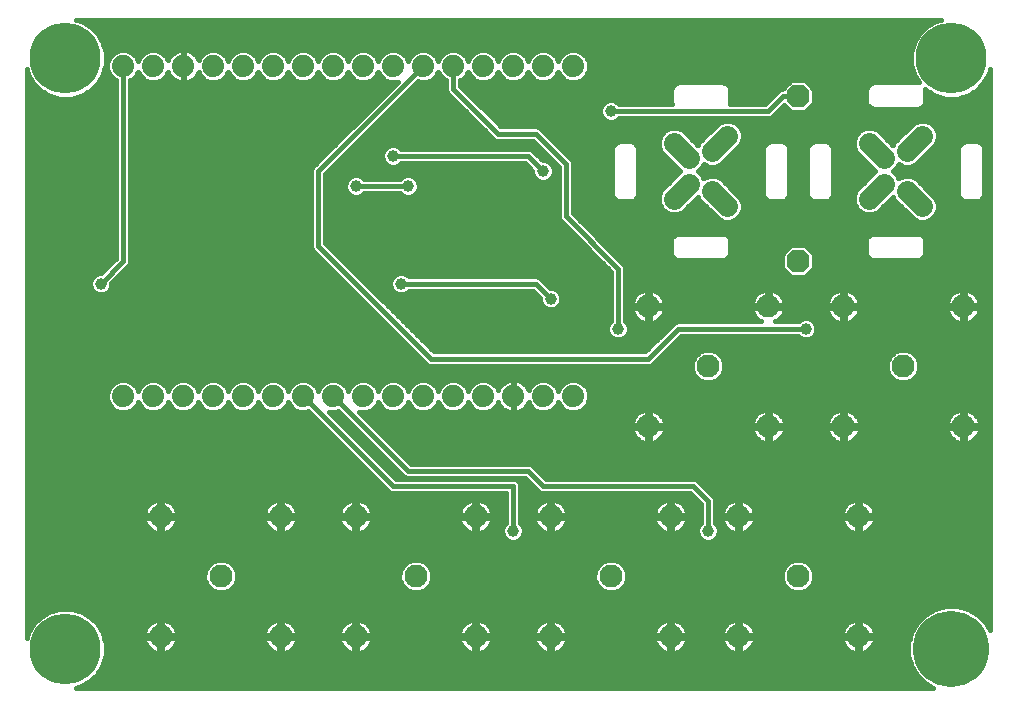
<source format=gbl>
G75*
%MOIN*%
%OFA0B0*%
%FSLAX24Y24*%
%IPPOS*%
%LPD*%
%AMOC8*
5,1,8,0,0,1.08239X$1,22.5*
%
%ADD10C,0.0709*%
%ADD11C,0.0765*%
%ADD12C,0.0740*%
%ADD13OC8,0.0760*%
%ADD14C,0.0160*%
%ADD15C,0.0396*%
%ADD16C,0.2362*%
%ADD17C,0.2540*%
D10*
X023314Y020664D02*
X023815Y020163D01*
X022546Y020910D02*
X022045Y020409D01*
X022546Y021757D02*
X022045Y022258D01*
X023314Y022003D02*
X023815Y022504D01*
X028545Y022258D02*
X029046Y021757D01*
X029814Y022003D02*
X030315Y022504D01*
X029046Y020910D02*
X028545Y020409D01*
X029814Y020664D02*
X030315Y020163D01*
D11*
X031680Y016833D03*
X029680Y014833D03*
X027680Y016833D03*
X025180Y016833D03*
X023180Y014833D03*
X021180Y016833D03*
X021180Y012833D03*
X021930Y009833D03*
X024180Y009833D03*
X026180Y007833D03*
X028180Y009833D03*
X027680Y012833D03*
X025180Y012833D03*
X019930Y007833D03*
X017930Y009833D03*
X015430Y009833D03*
X013430Y007833D03*
X011430Y009833D03*
X008930Y009833D03*
X006930Y007833D03*
X004930Y009833D03*
X004930Y005833D03*
X008930Y005833D03*
X011430Y005833D03*
X015430Y005833D03*
X017930Y005833D03*
X021930Y005833D03*
X024180Y005833D03*
X028180Y005833D03*
X031680Y012833D03*
D12*
X018680Y013833D03*
X017680Y013833D03*
X016680Y013833D03*
X015680Y013833D03*
X014680Y013833D03*
X013680Y013833D03*
X012680Y013833D03*
X011680Y013833D03*
X010680Y013833D03*
X009680Y013833D03*
X008680Y013833D03*
X007680Y013833D03*
X006680Y013833D03*
X005680Y013833D03*
X004680Y013833D03*
X003680Y013833D03*
X003680Y024833D03*
X004680Y024833D03*
X005680Y024833D03*
X006680Y024833D03*
X007680Y024833D03*
X008680Y024833D03*
X009680Y024833D03*
X010680Y024833D03*
X011680Y024833D03*
X012680Y024833D03*
X013680Y024833D03*
X014680Y024833D03*
X015680Y024833D03*
X016680Y024833D03*
X017680Y024833D03*
X018680Y024833D03*
D13*
X026180Y023833D03*
X026180Y018333D03*
D14*
X002272Y004158D02*
X002104Y004113D01*
X030665Y004113D01*
X030404Y004264D01*
X030138Y004530D01*
X029950Y004856D01*
X029852Y005220D01*
X029852Y005596D01*
X029950Y005960D01*
X030138Y006286D01*
X030404Y006552D01*
X030730Y006741D01*
X031094Y006838D01*
X031471Y006838D01*
X031834Y006741D01*
X032160Y006552D01*
X032427Y006286D01*
X032577Y006025D01*
X032577Y024744D01*
X032532Y024576D01*
X032356Y024270D01*
X032106Y024020D01*
X031800Y023843D01*
X031459Y023752D01*
X031106Y023752D01*
X030765Y023843D01*
X030459Y024020D01*
X030419Y024060D01*
X030419Y023640D01*
X030376Y023537D01*
X030297Y023458D01*
X030194Y023416D01*
X028666Y023416D01*
X028563Y023458D01*
X028484Y023537D01*
X028441Y023640D01*
X028441Y024066D01*
X028484Y024169D01*
X028563Y024248D01*
X028666Y024290D01*
X028777Y024290D01*
X030083Y024290D01*
X030194Y024290D01*
X030198Y024289D01*
X030033Y024576D01*
X029941Y024917D01*
X029941Y025270D01*
X030033Y025611D01*
X030209Y025917D01*
X030459Y026166D01*
X030765Y026343D01*
X030933Y026388D01*
X002104Y026388D01*
X002272Y026343D01*
X002578Y026166D01*
X002828Y025917D01*
X003005Y025611D01*
X003096Y025270D01*
X003096Y024917D01*
X003005Y024576D01*
X002828Y024270D01*
X002578Y024020D01*
X002272Y023843D01*
X001931Y023752D01*
X001578Y023752D01*
X001237Y023843D01*
X000931Y024020D01*
X000682Y024270D01*
X000505Y024576D01*
X000460Y024744D01*
X000460Y005757D01*
X000505Y005926D01*
X000682Y006232D01*
X000931Y006481D01*
X001237Y006658D01*
X001578Y006749D01*
X001931Y006749D01*
X002272Y006658D01*
X002578Y006481D01*
X002828Y006232D01*
X003005Y005926D01*
X003096Y005585D01*
X003096Y005232D01*
X003005Y004890D01*
X002828Y004585D01*
X002578Y004335D01*
X002272Y004158D01*
X002242Y004150D02*
X030601Y004150D01*
X030359Y004309D02*
X002533Y004309D01*
X002711Y004467D02*
X030201Y004467D01*
X030083Y004626D02*
X002852Y004626D01*
X002943Y004784D02*
X029991Y004784D01*
X029927Y004943D02*
X003019Y004943D01*
X003061Y005101D02*
X029884Y005101D01*
X029852Y005260D02*
X003096Y005260D01*
X003096Y005418D02*
X004550Y005418D01*
X004564Y005404D02*
X004635Y005352D01*
X004714Y005312D01*
X004798Y005285D01*
X004882Y005271D01*
X004882Y005786D01*
X004368Y005786D01*
X004381Y005702D01*
X004409Y005617D01*
X004449Y005539D01*
X004501Y005467D01*
X004564Y005404D01*
X004429Y005577D02*
X003096Y005577D01*
X003056Y005735D02*
X004376Y005735D01*
X004368Y005881D02*
X004882Y005881D01*
X004882Y005786D01*
X004978Y005786D01*
X004978Y005881D01*
X005492Y005881D01*
X005479Y005965D01*
X005451Y006049D01*
X005411Y006128D01*
X005359Y006200D01*
X005296Y006262D01*
X005225Y006314D01*
X005146Y006355D01*
X005062Y006382D01*
X004978Y006395D01*
X004978Y005881D01*
X004882Y005881D01*
X004882Y006395D01*
X004798Y006382D01*
X004714Y006355D01*
X004635Y006314D01*
X004564Y006262D01*
X004501Y006200D01*
X004449Y006128D01*
X004409Y006049D01*
X004381Y005965D01*
X004368Y005881D01*
X004370Y005894D02*
X003013Y005894D01*
X002931Y006052D02*
X004410Y006052D01*
X004512Y006211D02*
X002840Y006211D01*
X002690Y006369D02*
X004759Y006369D01*
X004882Y006369D02*
X004978Y006369D01*
X005101Y006369D02*
X008759Y006369D01*
X008798Y006382D02*
X008714Y006355D01*
X008635Y006314D01*
X008564Y006262D01*
X008501Y006200D01*
X008449Y006128D01*
X008409Y006049D01*
X008381Y005965D01*
X008368Y005881D01*
X008882Y005881D01*
X008882Y005786D01*
X008368Y005786D01*
X008381Y005702D01*
X008409Y005617D01*
X008449Y005539D01*
X008501Y005467D01*
X008564Y005404D01*
X008635Y005352D01*
X008714Y005312D01*
X008798Y005285D01*
X008882Y005271D01*
X008882Y005786D01*
X008978Y005786D01*
X008978Y005881D01*
X009492Y005881D01*
X009479Y005965D01*
X009451Y006049D01*
X009411Y006128D01*
X009359Y006200D01*
X009296Y006262D01*
X009225Y006314D01*
X009146Y006355D01*
X009062Y006382D01*
X008978Y006395D01*
X008978Y005881D01*
X008882Y005881D01*
X008882Y006395D01*
X008798Y006382D01*
X008882Y006369D02*
X008978Y006369D01*
X009101Y006369D02*
X011259Y006369D01*
X011298Y006382D02*
X011214Y006355D01*
X011135Y006314D01*
X011064Y006262D01*
X011001Y006200D01*
X010949Y006128D01*
X010909Y006049D01*
X010881Y005965D01*
X010868Y005881D01*
X011382Y005881D01*
X011382Y005786D01*
X010868Y005786D01*
X010881Y005702D01*
X010909Y005617D01*
X010949Y005539D01*
X011001Y005467D01*
X011064Y005404D01*
X011135Y005352D01*
X011214Y005312D01*
X011298Y005285D01*
X011382Y005271D01*
X011382Y005786D01*
X011478Y005786D01*
X011478Y005881D01*
X011992Y005881D01*
X011979Y005965D01*
X011951Y006049D01*
X011911Y006128D01*
X011859Y006200D01*
X011796Y006262D01*
X011725Y006314D01*
X011646Y006355D01*
X011562Y006382D01*
X011478Y006395D01*
X011478Y005881D01*
X011382Y005881D01*
X011382Y006395D01*
X011298Y006382D01*
X011382Y006369D02*
X011478Y006369D01*
X011601Y006369D02*
X015259Y006369D01*
X015298Y006382D02*
X015214Y006355D01*
X015135Y006314D01*
X015064Y006262D01*
X015001Y006200D01*
X014949Y006128D01*
X014909Y006049D01*
X014881Y005965D01*
X014868Y005881D01*
X015382Y005881D01*
X015382Y005786D01*
X014868Y005786D01*
X014881Y005702D01*
X014909Y005617D01*
X014949Y005539D01*
X015001Y005467D01*
X015064Y005404D01*
X015135Y005352D01*
X015214Y005312D01*
X015298Y005285D01*
X015382Y005271D01*
X015382Y005786D01*
X015478Y005786D01*
X015478Y005881D01*
X015992Y005881D01*
X015979Y005965D01*
X015951Y006049D01*
X015911Y006128D01*
X015859Y006200D01*
X015796Y006262D01*
X015725Y006314D01*
X015646Y006355D01*
X015562Y006382D01*
X015478Y006395D01*
X015478Y005881D01*
X015382Y005881D01*
X015382Y006395D01*
X015298Y006382D01*
X015382Y006369D02*
X015478Y006369D01*
X015601Y006369D02*
X017759Y006369D01*
X017798Y006382D02*
X017714Y006355D01*
X017635Y006314D01*
X017564Y006262D01*
X017501Y006200D01*
X017449Y006128D01*
X017409Y006049D01*
X017381Y005965D01*
X017368Y005881D01*
X017882Y005881D01*
X017882Y005786D01*
X017368Y005786D01*
X017381Y005702D01*
X017409Y005617D01*
X017449Y005539D01*
X017501Y005467D01*
X017564Y005404D01*
X017635Y005352D01*
X017714Y005312D01*
X017798Y005285D01*
X017882Y005271D01*
X017882Y005786D01*
X017978Y005786D01*
X017978Y005881D01*
X018492Y005881D01*
X018479Y005965D01*
X018451Y006049D01*
X018411Y006128D01*
X018359Y006200D01*
X018296Y006262D01*
X018225Y006314D01*
X018146Y006355D01*
X018062Y006382D01*
X017978Y006395D01*
X017978Y005881D01*
X017882Y005881D01*
X017882Y006395D01*
X017798Y006382D01*
X017882Y006369D02*
X017978Y006369D01*
X018101Y006369D02*
X021759Y006369D01*
X021798Y006382D02*
X021714Y006355D01*
X021635Y006314D01*
X021564Y006262D01*
X021501Y006200D01*
X021449Y006128D01*
X021409Y006049D01*
X021381Y005965D01*
X021368Y005881D01*
X021882Y005881D01*
X021882Y005786D01*
X021368Y005786D01*
X021381Y005702D01*
X021409Y005617D01*
X021449Y005539D01*
X021501Y005467D01*
X021564Y005404D01*
X021635Y005352D01*
X021714Y005312D01*
X021798Y005285D01*
X021882Y005271D01*
X021882Y005786D01*
X021978Y005786D01*
X021978Y005881D01*
X022492Y005881D01*
X022479Y005965D01*
X022451Y006049D01*
X022411Y006128D01*
X022359Y006200D01*
X022296Y006262D01*
X022225Y006314D01*
X022146Y006355D01*
X022062Y006382D01*
X021978Y006395D01*
X021978Y005881D01*
X021882Y005881D01*
X021882Y006395D01*
X021798Y006382D01*
X021882Y006369D02*
X021978Y006369D01*
X022101Y006369D02*
X024009Y006369D01*
X024048Y006382D02*
X023964Y006355D01*
X023885Y006314D01*
X023814Y006262D01*
X023751Y006200D01*
X023699Y006128D01*
X023659Y006049D01*
X023631Y005965D01*
X023618Y005881D01*
X024132Y005881D01*
X024132Y005786D01*
X023618Y005786D01*
X023631Y005702D01*
X023659Y005617D01*
X023699Y005539D01*
X023751Y005467D01*
X023814Y005404D01*
X023885Y005352D01*
X023964Y005312D01*
X024048Y005285D01*
X024132Y005271D01*
X024132Y005786D01*
X024228Y005786D01*
X024228Y005881D01*
X024742Y005881D01*
X024729Y005965D01*
X024701Y006049D01*
X024661Y006128D01*
X024609Y006200D01*
X024546Y006262D01*
X024475Y006314D01*
X024396Y006355D01*
X024312Y006382D01*
X024228Y006395D01*
X024228Y005881D01*
X024132Y005881D01*
X024132Y006395D01*
X024048Y006382D01*
X024132Y006369D02*
X024228Y006369D01*
X024351Y006369D02*
X028009Y006369D01*
X028048Y006382D02*
X027964Y006355D01*
X027885Y006314D01*
X027814Y006262D01*
X027751Y006200D01*
X027699Y006128D01*
X027659Y006049D01*
X027631Y005965D01*
X027618Y005881D01*
X028132Y005881D01*
X028132Y005786D01*
X027618Y005786D01*
X027631Y005702D01*
X027659Y005617D01*
X027699Y005539D01*
X027751Y005467D01*
X027814Y005404D01*
X027885Y005352D01*
X027964Y005312D01*
X028048Y005285D01*
X028132Y005271D01*
X028132Y005786D01*
X028228Y005786D01*
X028228Y005881D01*
X028742Y005881D01*
X028729Y005965D01*
X028701Y006049D01*
X028661Y006128D01*
X028609Y006200D01*
X028546Y006262D01*
X028475Y006314D01*
X028396Y006355D01*
X028312Y006382D01*
X028228Y006395D01*
X028228Y005881D01*
X028132Y005881D01*
X028132Y006395D01*
X028048Y006382D01*
X028132Y006369D02*
X028228Y006369D01*
X028351Y006369D02*
X030221Y006369D01*
X030095Y006211D02*
X028598Y006211D01*
X028700Y006052D02*
X030003Y006052D01*
X029932Y005894D02*
X028740Y005894D01*
X028742Y005786D02*
X028228Y005786D01*
X028228Y005271D01*
X028312Y005285D01*
X028396Y005312D01*
X028475Y005352D01*
X028546Y005404D01*
X028609Y005467D01*
X028661Y005539D01*
X028701Y005617D01*
X028729Y005702D01*
X028742Y005786D01*
X028734Y005735D02*
X029890Y005735D01*
X029852Y005577D02*
X028681Y005577D01*
X028560Y005418D02*
X029852Y005418D01*
X030380Y006528D02*
X002498Y006528D01*
X002166Y006686D02*
X030636Y006686D01*
X031928Y006686D02*
X032577Y006686D01*
X032577Y006528D02*
X032185Y006528D01*
X032343Y006369D02*
X032577Y006369D01*
X032577Y006211D02*
X032470Y006211D01*
X032562Y006052D02*
X032577Y006052D01*
X032577Y006845D02*
X000460Y006845D01*
X000460Y007003D02*
X032577Y007003D01*
X032577Y007162D02*
X000460Y007162D01*
X000460Y007320D02*
X006751Y007320D01*
X006822Y007291D02*
X007038Y007291D01*
X007237Y007373D01*
X007390Y007526D01*
X007472Y007725D01*
X007472Y007941D01*
X007390Y008141D01*
X007237Y008293D01*
X007038Y008376D01*
X006822Y008376D01*
X006623Y008293D01*
X006470Y008141D01*
X006388Y007941D01*
X006388Y007725D01*
X006470Y007526D01*
X006623Y007373D01*
X006822Y007291D01*
X007109Y007320D02*
X013251Y007320D01*
X013322Y007291D02*
X013538Y007291D01*
X013737Y007373D01*
X013890Y007526D01*
X013972Y007725D01*
X013972Y007941D01*
X013890Y008141D01*
X013737Y008293D01*
X013538Y008376D01*
X013322Y008376D01*
X013123Y008293D01*
X012970Y008141D01*
X012888Y007941D01*
X012888Y007725D01*
X012970Y007526D01*
X013123Y007373D01*
X013322Y007291D01*
X013609Y007320D02*
X019751Y007320D01*
X019822Y007291D02*
X019623Y007373D01*
X019470Y007526D01*
X019388Y007725D01*
X019388Y007941D01*
X019470Y008141D01*
X019623Y008293D01*
X019822Y008376D01*
X020038Y008376D01*
X020237Y008293D01*
X020390Y008141D01*
X020472Y007941D01*
X020472Y007725D01*
X020390Y007526D01*
X020237Y007373D01*
X020038Y007291D01*
X019822Y007291D01*
X020109Y007320D02*
X026001Y007320D01*
X026072Y007291D02*
X025873Y007373D01*
X025720Y007526D01*
X025638Y007725D01*
X025638Y007941D01*
X025720Y008141D01*
X025873Y008293D01*
X026072Y008376D01*
X026288Y008376D01*
X026487Y008293D01*
X026640Y008141D01*
X026722Y007941D01*
X026722Y007725D01*
X026640Y007526D01*
X026487Y007373D01*
X026288Y007291D01*
X026072Y007291D01*
X026359Y007320D02*
X032577Y007320D01*
X032577Y007479D02*
X026593Y007479D01*
X026686Y007637D02*
X032577Y007637D01*
X032577Y007796D02*
X026722Y007796D01*
X026717Y007954D02*
X032577Y007954D01*
X032577Y008113D02*
X026651Y008113D01*
X026509Y008271D02*
X032577Y008271D01*
X032577Y008430D02*
X000460Y008430D01*
X000460Y008588D02*
X032577Y008588D01*
X032577Y008747D02*
X000460Y008747D01*
X000460Y008905D02*
X032577Y008905D01*
X032577Y009064D02*
X023417Y009064D01*
X023383Y009030D02*
X023484Y009130D01*
X023538Y009262D01*
X023538Y009405D01*
X023484Y009536D01*
X023420Y009600D01*
X023420Y010381D01*
X023383Y010469D01*
X023316Y010537D01*
X022816Y011037D01*
X022728Y011073D01*
X017779Y011073D01*
X017316Y011537D01*
X017228Y011573D01*
X013279Y011573D01*
X011532Y013321D01*
X011575Y013303D01*
X011785Y013303D01*
X011980Y013384D01*
X012129Y013533D01*
X012180Y013655D01*
X012231Y013533D01*
X012380Y013384D01*
X012575Y013303D01*
X012785Y013303D01*
X012980Y013384D01*
X013129Y013533D01*
X013180Y013655D01*
X013231Y013533D01*
X013380Y013384D01*
X013575Y013303D01*
X013785Y013303D01*
X013980Y013384D01*
X014129Y013533D01*
X014180Y013655D01*
X014231Y013533D01*
X014380Y013384D01*
X014575Y013303D01*
X014785Y013303D01*
X014980Y013384D01*
X015129Y013533D01*
X015180Y013655D01*
X015231Y013533D01*
X015380Y013384D01*
X015575Y013303D01*
X015785Y013303D01*
X015980Y013384D01*
X016129Y013533D01*
X016169Y013628D01*
X016170Y013622D01*
X016210Y013545D01*
X016260Y013475D01*
X016322Y013414D01*
X016392Y013363D01*
X016469Y013324D01*
X016551Y013297D01*
X016637Y013283D01*
X016660Y013283D01*
X016660Y013813D01*
X016700Y013813D01*
X016700Y013283D01*
X016723Y013283D01*
X016809Y013297D01*
X016891Y013324D01*
X016968Y013363D01*
X017038Y013414D01*
X017100Y013475D01*
X017150Y013545D01*
X017190Y013622D01*
X017191Y013628D01*
X017231Y013533D01*
X017380Y013384D01*
X017575Y013303D01*
X017785Y013303D01*
X017980Y013384D01*
X018129Y013533D01*
X018180Y013655D01*
X018231Y013533D01*
X018380Y013384D01*
X018575Y013303D01*
X018785Y013303D01*
X018980Y013384D01*
X019129Y013533D01*
X019210Y013728D01*
X019210Y013939D01*
X019129Y014134D01*
X018980Y014283D01*
X018785Y014363D01*
X018575Y014363D01*
X018380Y014283D01*
X018231Y014134D01*
X018180Y014011D01*
X018129Y014134D01*
X017980Y014283D01*
X017785Y014363D01*
X017575Y014363D01*
X017380Y014283D01*
X017231Y014134D01*
X017191Y014039D01*
X017190Y014044D01*
X017150Y014122D01*
X017100Y014192D01*
X017038Y014253D01*
X016968Y014304D01*
X016891Y014343D01*
X016809Y014370D01*
X016723Y014383D01*
X016700Y014383D01*
X016700Y013853D01*
X016660Y013853D01*
X016660Y014383D01*
X016637Y014383D01*
X016551Y014370D01*
X016469Y014343D01*
X016392Y014304D01*
X016322Y014253D01*
X016260Y014192D01*
X016210Y014122D01*
X016170Y014044D01*
X016169Y014039D01*
X016129Y014134D01*
X015980Y014283D01*
X015785Y014363D01*
X015575Y014363D01*
X015380Y014283D01*
X015231Y014134D01*
X015180Y014011D01*
X015129Y014134D01*
X014980Y014283D01*
X014785Y014363D01*
X014575Y014363D01*
X014380Y014283D01*
X014231Y014134D01*
X014180Y014011D01*
X014129Y014134D01*
X013980Y014283D01*
X013785Y014363D01*
X013575Y014363D01*
X013380Y014283D01*
X013231Y014134D01*
X013180Y014011D01*
X013129Y014134D01*
X012980Y014283D01*
X012785Y014363D01*
X012575Y014363D01*
X012380Y014283D01*
X012231Y014134D01*
X012180Y014011D01*
X012129Y014134D01*
X011980Y014283D01*
X011785Y014363D01*
X011575Y014363D01*
X011380Y014283D01*
X011231Y014134D01*
X011180Y014011D01*
X011129Y014134D01*
X010980Y014283D01*
X010785Y014363D01*
X010575Y014363D01*
X010380Y014283D01*
X010231Y014134D01*
X010180Y014011D01*
X010129Y014134D01*
X009980Y014283D01*
X009785Y014363D01*
X009575Y014363D01*
X009380Y014283D01*
X009231Y014134D01*
X009180Y014011D01*
X009129Y014134D01*
X008980Y014283D01*
X008785Y014363D01*
X008575Y014363D01*
X008380Y014283D01*
X008231Y014134D01*
X008180Y014011D01*
X008129Y014134D01*
X007980Y014283D01*
X007785Y014363D01*
X007575Y014363D01*
X007380Y014283D01*
X007231Y014134D01*
X007180Y014011D01*
X007129Y014134D01*
X006980Y014283D01*
X006785Y014363D01*
X006575Y014363D01*
X006380Y014283D01*
X006231Y014134D01*
X006180Y014011D01*
X006129Y014134D01*
X005980Y014283D01*
X005785Y014363D01*
X005575Y014363D01*
X005380Y014283D01*
X005231Y014134D01*
X005180Y014011D01*
X005129Y014134D01*
X004980Y014283D01*
X004785Y014363D01*
X004575Y014363D01*
X004380Y014283D01*
X004231Y014134D01*
X004180Y014011D01*
X004129Y014134D01*
X003980Y014283D01*
X003785Y014363D01*
X003575Y014363D01*
X003380Y014283D01*
X003231Y014134D01*
X003150Y013939D01*
X003150Y013728D01*
X003231Y013533D01*
X003380Y013384D01*
X003575Y013303D01*
X003785Y013303D01*
X003980Y013384D01*
X004129Y013533D01*
X004180Y013655D01*
X004231Y013533D01*
X004380Y013384D01*
X004575Y013303D01*
X004785Y013303D01*
X004980Y013384D01*
X005129Y013533D01*
X005180Y013655D01*
X005231Y013533D01*
X005380Y013384D01*
X005575Y013303D01*
X005785Y013303D01*
X005980Y013384D01*
X006129Y013533D01*
X006180Y013655D01*
X006231Y013533D01*
X006380Y013384D01*
X006575Y013303D01*
X006785Y013303D01*
X006980Y013384D01*
X007129Y013533D01*
X007180Y013655D01*
X007231Y013533D01*
X007380Y013384D01*
X007575Y013303D01*
X007785Y013303D01*
X007980Y013384D01*
X008129Y013533D01*
X008180Y013655D01*
X008231Y013533D01*
X008380Y013384D01*
X008575Y013303D01*
X008785Y013303D01*
X008980Y013384D01*
X009129Y013533D01*
X009180Y013655D01*
X009231Y013533D01*
X009380Y013384D01*
X009575Y013303D01*
X009785Y013303D01*
X009846Y013328D01*
X012477Y010697D01*
X012544Y010630D01*
X012632Y010593D01*
X016440Y010593D01*
X016440Y009600D01*
X016376Y009536D01*
X016322Y009405D01*
X016322Y009262D01*
X016376Y009130D01*
X016477Y009030D01*
X016609Y008975D01*
X016751Y008975D01*
X016883Y009030D01*
X016984Y009130D01*
X017038Y009262D01*
X017038Y009405D01*
X016984Y009536D01*
X016920Y009600D01*
X016920Y010881D01*
X016883Y010969D01*
X016816Y011037D01*
X016728Y011073D01*
X012779Y011073D01*
X010532Y013321D01*
X010575Y013303D01*
X010785Y013303D01*
X010846Y013328D01*
X012977Y011197D01*
X013044Y011130D01*
X013132Y011093D01*
X017081Y011093D01*
X017477Y010697D01*
X017544Y010630D01*
X017632Y010593D01*
X022581Y010593D01*
X022940Y010234D01*
X022940Y009600D01*
X022876Y009536D01*
X022822Y009405D01*
X022822Y009262D01*
X022876Y009130D01*
X022977Y009030D01*
X023109Y008975D01*
X023251Y008975D01*
X023383Y009030D01*
X023522Y009222D02*
X032577Y009222D01*
X032577Y009381D02*
X028514Y009381D01*
X028546Y009404D02*
X028609Y009467D01*
X028661Y009539D01*
X028701Y009617D01*
X028729Y009702D01*
X028742Y009786D01*
X028228Y009786D01*
X028228Y009881D01*
X028742Y009881D01*
X028729Y009965D01*
X028701Y010049D01*
X028661Y010128D01*
X028609Y010200D01*
X028546Y010262D01*
X028475Y010314D01*
X028396Y010355D01*
X028312Y010382D01*
X028228Y010395D01*
X028228Y009881D01*
X028132Y009881D01*
X028132Y009786D01*
X027618Y009786D01*
X027631Y009702D01*
X027659Y009617D01*
X027699Y009539D01*
X027751Y009467D01*
X027814Y009404D01*
X027885Y009352D01*
X027964Y009312D01*
X028048Y009285D01*
X028132Y009271D01*
X028132Y009786D01*
X028228Y009786D01*
X028228Y009271D01*
X028312Y009285D01*
X028396Y009312D01*
X028475Y009352D01*
X028546Y009404D01*
X028662Y009539D02*
X032577Y009539D01*
X032577Y009698D02*
X028727Y009698D01*
X028712Y010015D02*
X032577Y010015D01*
X032577Y010173D02*
X028628Y010173D01*
X028441Y010332D02*
X032577Y010332D01*
X032577Y010490D02*
X023362Y010490D01*
X023420Y010332D02*
X023919Y010332D01*
X023885Y010314D02*
X023814Y010262D01*
X023751Y010200D01*
X023699Y010128D01*
X023659Y010049D01*
X023631Y009965D01*
X023618Y009881D01*
X024132Y009881D01*
X024132Y009786D01*
X023618Y009786D01*
X023631Y009702D01*
X023659Y009617D01*
X023699Y009539D01*
X023751Y009467D01*
X023814Y009404D01*
X023885Y009352D01*
X023964Y009312D01*
X024048Y009285D01*
X024132Y009271D01*
X024132Y009786D01*
X024228Y009786D01*
X024228Y009881D01*
X024742Y009881D01*
X024729Y009965D01*
X024701Y010049D01*
X024661Y010128D01*
X024609Y010200D01*
X024546Y010262D01*
X024475Y010314D01*
X024396Y010355D01*
X024312Y010382D01*
X024228Y010395D01*
X024228Y009881D01*
X024132Y009881D01*
X024132Y010395D01*
X024048Y010382D01*
X023964Y010355D01*
X023885Y010314D01*
X023732Y010173D02*
X023420Y010173D01*
X023420Y010015D02*
X023648Y010015D01*
X023420Y009856D02*
X024132Y009856D01*
X024228Y009856D02*
X028132Y009856D01*
X028132Y009881D02*
X027618Y009881D01*
X027631Y009965D01*
X027659Y010049D01*
X027699Y010128D01*
X027751Y010200D01*
X027814Y010262D01*
X027885Y010314D01*
X027964Y010355D01*
X028048Y010382D01*
X028132Y010395D01*
X028132Y009881D01*
X028228Y009856D02*
X032577Y009856D01*
X032577Y010649D02*
X023204Y010649D01*
X023045Y010807D02*
X032577Y010807D01*
X032577Y010966D02*
X022887Y010966D01*
X022680Y010833D02*
X023180Y010333D01*
X023180Y009333D01*
X022943Y009064D02*
X016917Y009064D01*
X017022Y009222D02*
X022838Y009222D01*
X022822Y009381D02*
X022264Y009381D01*
X022296Y009404D02*
X022359Y009467D01*
X022411Y009539D01*
X022451Y009617D01*
X022479Y009702D01*
X022492Y009786D01*
X021978Y009786D01*
X021978Y009881D01*
X022492Y009881D01*
X022479Y009965D01*
X022451Y010049D01*
X022411Y010128D01*
X022359Y010200D01*
X022296Y010262D01*
X022225Y010314D01*
X022146Y010355D01*
X022062Y010382D01*
X021978Y010395D01*
X021978Y009881D01*
X021882Y009881D01*
X021882Y009786D01*
X021368Y009786D01*
X021381Y009702D01*
X021409Y009617D01*
X021449Y009539D01*
X021501Y009467D01*
X021564Y009404D01*
X021635Y009352D01*
X021714Y009312D01*
X021798Y009285D01*
X021882Y009271D01*
X021882Y009786D01*
X021978Y009786D01*
X021978Y009271D01*
X022062Y009285D01*
X022146Y009312D01*
X022225Y009352D01*
X022296Y009404D01*
X022412Y009539D02*
X022880Y009539D01*
X022940Y009698D02*
X022477Y009698D01*
X022462Y010015D02*
X022940Y010015D01*
X022940Y010173D02*
X022378Y010173D01*
X022191Y010332D02*
X022842Y010332D01*
X022684Y010490D02*
X016920Y010490D01*
X016920Y010332D02*
X017669Y010332D01*
X017635Y010314D02*
X017564Y010262D01*
X017501Y010200D01*
X017449Y010128D01*
X017409Y010049D01*
X017381Y009965D01*
X017368Y009881D01*
X017882Y009881D01*
X017882Y009786D01*
X017368Y009786D01*
X017381Y009702D01*
X017409Y009617D01*
X017449Y009539D01*
X017501Y009467D01*
X017564Y009404D01*
X017635Y009352D01*
X017714Y009312D01*
X017798Y009285D01*
X017882Y009271D01*
X017882Y009786D01*
X017978Y009786D01*
X017978Y009881D01*
X018492Y009881D01*
X018479Y009965D01*
X018451Y010049D01*
X018411Y010128D01*
X018359Y010200D01*
X018296Y010262D01*
X018225Y010314D01*
X018146Y010355D01*
X018062Y010382D01*
X017978Y010395D01*
X017978Y009881D01*
X017882Y009881D01*
X017882Y010395D01*
X017798Y010382D01*
X017714Y010355D01*
X017635Y010314D01*
X017482Y010173D02*
X016920Y010173D01*
X016920Y010015D02*
X017398Y010015D01*
X017383Y009698D02*
X016920Y009698D01*
X016920Y009856D02*
X017882Y009856D01*
X017978Y009856D02*
X021882Y009856D01*
X021882Y009881D02*
X021368Y009881D01*
X021381Y009965D01*
X021409Y010049D01*
X021449Y010128D01*
X021501Y010200D01*
X021564Y010262D01*
X021635Y010314D01*
X021714Y010355D01*
X021798Y010382D01*
X021882Y010395D01*
X021882Y009881D01*
X021978Y009856D02*
X022940Y009856D01*
X023420Y009698D02*
X023633Y009698D01*
X023698Y009539D02*
X023480Y009539D01*
X023538Y009381D02*
X023846Y009381D01*
X024132Y009381D02*
X024228Y009381D01*
X024228Y009271D02*
X024312Y009285D01*
X024396Y009312D01*
X024475Y009352D01*
X024546Y009404D01*
X024609Y009467D01*
X024661Y009539D01*
X024701Y009617D01*
X024729Y009702D01*
X024742Y009786D01*
X024228Y009786D01*
X024228Y009271D01*
X024228Y009539D02*
X024132Y009539D01*
X024132Y009698D02*
X024228Y009698D01*
X024228Y010015D02*
X024132Y010015D01*
X024132Y010173D02*
X024228Y010173D01*
X024228Y010332D02*
X024132Y010332D01*
X024441Y010332D02*
X027919Y010332D01*
X028132Y010332D02*
X028228Y010332D01*
X028228Y010173D02*
X028132Y010173D01*
X028132Y010015D02*
X028228Y010015D01*
X028228Y009698D02*
X028132Y009698D01*
X028132Y009539D02*
X028228Y009539D01*
X028228Y009381D02*
X028132Y009381D01*
X027846Y009381D02*
X024514Y009381D01*
X024662Y009539D02*
X027698Y009539D01*
X027633Y009698D02*
X024727Y009698D01*
X024712Y010015D02*
X027648Y010015D01*
X027732Y010173D02*
X024628Y010173D01*
X022680Y010833D02*
X017680Y010833D01*
X017180Y011333D01*
X013180Y011333D01*
X010680Y013833D01*
X010233Y014136D02*
X010127Y014136D01*
X009952Y014294D02*
X010408Y014294D01*
X010952Y014294D02*
X011408Y014294D01*
X011233Y014136D02*
X011127Y014136D01*
X011952Y014294D02*
X012408Y014294D01*
X012233Y014136D02*
X012127Y014136D01*
X012098Y013502D02*
X012262Y013502D01*
X012478Y013343D02*
X011882Y013343D01*
X011668Y013185D02*
X020740Y013185D01*
X020751Y013200D02*
X020699Y013128D01*
X020659Y013049D01*
X020631Y012965D01*
X020618Y012881D01*
X021132Y012881D01*
X021132Y012786D01*
X020618Y012786D01*
X020631Y012702D01*
X020659Y012617D01*
X020699Y012539D01*
X020751Y012467D01*
X020814Y012404D01*
X020885Y012352D01*
X020964Y012312D01*
X021048Y012285D01*
X021132Y012271D01*
X021132Y012786D01*
X021228Y012786D01*
X021228Y012881D01*
X021742Y012881D01*
X021729Y012965D01*
X021701Y013049D01*
X021661Y013128D01*
X021609Y013200D01*
X021546Y013262D01*
X021475Y013314D01*
X021396Y013355D01*
X021312Y013382D01*
X021228Y013395D01*
X021228Y012881D01*
X021132Y012881D01*
X021132Y013395D01*
X021048Y013382D01*
X020964Y013355D01*
X020885Y013314D01*
X020814Y013262D01*
X020751Y013200D01*
X020651Y013026D02*
X011826Y013026D01*
X011985Y012868D02*
X021132Y012868D01*
X021228Y012868D02*
X025132Y012868D01*
X025132Y012881D02*
X025132Y012786D01*
X024618Y012786D01*
X024631Y012702D01*
X024659Y012617D01*
X024699Y012539D01*
X024751Y012467D01*
X024814Y012404D01*
X024885Y012352D01*
X024964Y012312D01*
X025048Y012285D01*
X025132Y012271D01*
X025132Y012786D01*
X025228Y012786D01*
X025228Y012881D01*
X025742Y012881D01*
X025729Y012965D01*
X025701Y013049D01*
X025661Y013128D01*
X025609Y013200D01*
X025546Y013262D01*
X025475Y013314D01*
X025396Y013355D01*
X025312Y013382D01*
X025228Y013395D01*
X025228Y012881D01*
X025132Y012881D01*
X024618Y012881D01*
X024631Y012965D01*
X024659Y013049D01*
X024699Y013128D01*
X024751Y013200D01*
X024814Y013262D01*
X024885Y013314D01*
X024964Y013355D01*
X025048Y013382D01*
X025132Y013395D01*
X025132Y012881D01*
X025228Y012868D02*
X027632Y012868D01*
X027632Y012881D02*
X027632Y012786D01*
X027118Y012786D01*
X027131Y012702D01*
X027159Y012617D01*
X027199Y012539D01*
X027251Y012467D01*
X027314Y012404D01*
X027385Y012352D01*
X027464Y012312D01*
X027548Y012285D01*
X027632Y012271D01*
X027632Y012786D01*
X027728Y012786D01*
X027728Y012881D01*
X028242Y012881D01*
X028229Y012965D01*
X028201Y013049D01*
X028161Y013128D01*
X028109Y013200D01*
X028046Y013262D01*
X027975Y013314D01*
X027896Y013355D01*
X027812Y013382D01*
X027728Y013395D01*
X027728Y012881D01*
X027632Y012881D01*
X027118Y012881D01*
X027131Y012965D01*
X027159Y013049D01*
X027199Y013128D01*
X027251Y013200D01*
X027314Y013262D01*
X027385Y013314D01*
X027464Y013355D01*
X027548Y013382D01*
X027632Y013395D01*
X027632Y012881D01*
X027728Y012868D02*
X031632Y012868D01*
X031632Y012881D02*
X031632Y012786D01*
X031118Y012786D01*
X031131Y012702D01*
X031159Y012617D01*
X031199Y012539D01*
X031251Y012467D01*
X031314Y012404D01*
X031385Y012352D01*
X031464Y012312D01*
X031548Y012285D01*
X031632Y012271D01*
X031632Y012786D01*
X031728Y012786D01*
X031728Y012881D01*
X032242Y012881D01*
X032229Y012965D01*
X032201Y013049D01*
X032161Y013128D01*
X032109Y013200D01*
X032046Y013262D01*
X031975Y013314D01*
X031896Y013355D01*
X031812Y013382D01*
X031728Y013395D01*
X031728Y012881D01*
X031632Y012881D01*
X031118Y012881D01*
X031131Y012965D01*
X031159Y013049D01*
X031199Y013128D01*
X031251Y013200D01*
X031314Y013262D01*
X031385Y013314D01*
X031464Y013355D01*
X031548Y013382D01*
X031632Y013395D01*
X031632Y012881D01*
X031728Y012868D02*
X032577Y012868D01*
X032577Y013026D02*
X032209Y013026D01*
X032120Y013185D02*
X032577Y013185D01*
X032577Y013343D02*
X031918Y013343D01*
X031728Y013343D02*
X031632Y013343D01*
X031632Y013185D02*
X031728Y013185D01*
X031728Y013026D02*
X031632Y013026D01*
X031728Y012786D02*
X032242Y012786D01*
X032229Y012702D01*
X032201Y012617D01*
X032161Y012539D01*
X032109Y012467D01*
X032046Y012404D01*
X031975Y012352D01*
X031896Y012312D01*
X031812Y012285D01*
X031728Y012271D01*
X031728Y012786D01*
X031728Y012709D02*
X031632Y012709D01*
X031632Y012551D02*
X031728Y012551D01*
X031728Y012392D02*
X031632Y012392D01*
X031330Y012392D02*
X028030Y012392D01*
X028046Y012404D02*
X027975Y012352D01*
X027896Y012312D01*
X027812Y012285D01*
X027728Y012271D01*
X027728Y012786D01*
X028242Y012786D01*
X028229Y012702D01*
X028201Y012617D01*
X028161Y012539D01*
X028109Y012467D01*
X028046Y012404D01*
X028167Y012551D02*
X031193Y012551D01*
X031130Y012709D02*
X028230Y012709D01*
X028209Y013026D02*
X031151Y013026D01*
X031240Y013185D02*
X028120Y013185D01*
X027918Y013343D02*
X031442Y013343D01*
X032230Y012709D02*
X032577Y012709D01*
X032577Y012551D02*
X032167Y012551D01*
X032030Y012392D02*
X032577Y012392D01*
X032577Y012234D02*
X012619Y012234D01*
X012460Y012392D02*
X020830Y012392D01*
X020693Y012551D02*
X012302Y012551D01*
X012143Y012709D02*
X020630Y012709D01*
X021132Y012709D02*
X021228Y012709D01*
X021228Y012786D02*
X021228Y012271D01*
X021312Y012285D01*
X021396Y012312D01*
X021475Y012352D01*
X021546Y012404D01*
X021609Y012467D01*
X021661Y012539D01*
X021701Y012617D01*
X021729Y012702D01*
X021742Y012786D01*
X021228Y012786D01*
X021228Y012551D02*
X021132Y012551D01*
X021132Y012392D02*
X021228Y012392D01*
X021530Y012392D02*
X024830Y012392D01*
X024693Y012551D02*
X021667Y012551D01*
X021730Y012709D02*
X024630Y012709D01*
X024651Y013026D02*
X021709Y013026D01*
X021620Y013185D02*
X024740Y013185D01*
X024942Y013343D02*
X021418Y013343D01*
X021228Y013343D02*
X021132Y013343D01*
X021132Y013185D02*
X021228Y013185D01*
X021228Y013026D02*
X021132Y013026D01*
X020942Y013343D02*
X018882Y013343D01*
X019098Y013502D02*
X032577Y013502D01*
X032577Y013660D02*
X019182Y013660D01*
X019210Y013819D02*
X032577Y013819D01*
X032577Y013977D02*
X019194Y013977D01*
X019127Y014136D02*
X032577Y014136D01*
X032577Y014294D02*
X029796Y014294D01*
X029788Y014291D02*
X029987Y014373D01*
X030140Y014526D01*
X030222Y014725D01*
X030222Y014941D01*
X030140Y015141D01*
X029987Y015293D01*
X029788Y015376D01*
X029572Y015376D01*
X029373Y015293D01*
X029220Y015141D01*
X029138Y014941D01*
X029138Y014725D01*
X029220Y014526D01*
X029373Y014373D01*
X029572Y014291D01*
X029788Y014291D01*
X029564Y014294D02*
X023296Y014294D01*
X023288Y014291D02*
X023487Y014373D01*
X023640Y014526D01*
X023722Y014725D01*
X023722Y014941D01*
X023640Y015141D01*
X023487Y015293D01*
X023288Y015376D01*
X023072Y015376D01*
X022873Y015293D01*
X022720Y015141D01*
X022638Y014941D01*
X022638Y014725D01*
X022720Y014526D01*
X022873Y014373D01*
X023072Y014291D01*
X023288Y014291D01*
X023064Y014294D02*
X018952Y014294D01*
X018408Y014294D02*
X017952Y014294D01*
X018127Y014136D02*
X018233Y014136D01*
X018262Y013502D02*
X018098Y013502D01*
X017882Y013343D02*
X018478Y013343D01*
X017478Y013343D02*
X016930Y013343D01*
X016700Y013343D02*
X016660Y013343D01*
X016660Y013502D02*
X016700Y013502D01*
X016700Y013660D02*
X016660Y013660D01*
X016660Y013977D02*
X016700Y013977D01*
X016700Y014136D02*
X016660Y014136D01*
X016660Y014294D02*
X016700Y014294D01*
X016981Y014294D02*
X017408Y014294D01*
X017233Y014136D02*
X017140Y014136D01*
X017119Y013502D02*
X017262Y013502D01*
X016430Y013343D02*
X015882Y013343D01*
X016098Y013502D02*
X016241Y013502D01*
X016220Y014136D02*
X016127Y014136D01*
X015952Y014294D02*
X016379Y014294D01*
X015408Y014294D02*
X014952Y014294D01*
X015127Y014136D02*
X015233Y014136D01*
X015262Y013502D02*
X015098Y013502D01*
X014882Y013343D02*
X015478Y013343D01*
X014478Y013343D02*
X013882Y013343D01*
X014098Y013502D02*
X014262Y013502D01*
X014233Y014136D02*
X014127Y014136D01*
X013952Y014294D02*
X014408Y014294D01*
X013882Y014843D02*
X013794Y014880D01*
X010044Y018630D01*
X009977Y018697D01*
X009940Y018786D01*
X009940Y021381D01*
X009977Y021469D01*
X012828Y024321D01*
X012785Y024303D01*
X012575Y024303D01*
X012380Y024384D01*
X012231Y024533D01*
X012180Y024655D01*
X012129Y024533D01*
X011980Y024384D01*
X011785Y024303D01*
X011575Y024303D01*
X011380Y024384D01*
X011231Y024533D01*
X011180Y024655D01*
X011129Y024533D01*
X010980Y024384D01*
X010785Y024303D01*
X010575Y024303D01*
X010380Y024384D01*
X010231Y024533D01*
X010180Y024655D01*
X010129Y024533D01*
X009980Y024384D01*
X009785Y024303D01*
X009575Y024303D01*
X009380Y024384D01*
X009231Y024533D01*
X009180Y024655D01*
X009129Y024533D01*
X008980Y024384D01*
X008785Y024303D01*
X008575Y024303D01*
X008380Y024384D01*
X008231Y024533D01*
X008180Y024655D01*
X008129Y024533D01*
X007980Y024384D01*
X007785Y024303D01*
X007575Y024303D01*
X007380Y024384D01*
X007231Y024533D01*
X007180Y024655D01*
X007129Y024533D01*
X006980Y024384D01*
X006785Y024303D01*
X006575Y024303D01*
X006380Y024384D01*
X006231Y024533D01*
X006191Y024628D01*
X006190Y024622D01*
X006150Y024545D01*
X006100Y024475D01*
X006038Y024414D01*
X005968Y024363D01*
X005891Y024324D01*
X005809Y024297D01*
X005723Y024283D01*
X005700Y024283D01*
X005700Y024813D01*
X005660Y024813D01*
X005660Y024283D01*
X005637Y024283D01*
X005551Y024297D01*
X005469Y024324D01*
X005392Y024363D01*
X005322Y024414D01*
X005260Y024475D01*
X005210Y024545D01*
X005170Y024622D01*
X005169Y024628D01*
X005129Y024533D01*
X004980Y024384D01*
X004785Y024303D01*
X004575Y024303D01*
X004380Y024384D01*
X004231Y024533D01*
X004180Y024655D01*
X004129Y024533D01*
X003980Y024384D01*
X003920Y024359D01*
X003920Y018286D01*
X003883Y018197D01*
X003288Y017602D01*
X003288Y017512D01*
X003234Y017380D01*
X003133Y017280D01*
X003001Y017225D01*
X002859Y017225D01*
X002727Y017280D01*
X002626Y017380D01*
X002572Y017512D01*
X002572Y017655D01*
X002626Y017786D01*
X002727Y017887D01*
X002859Y017941D01*
X002949Y017941D01*
X003440Y018433D01*
X003440Y024359D01*
X003380Y024384D01*
X003231Y024533D01*
X003150Y024728D01*
X003150Y024939D01*
X003231Y025134D01*
X003380Y025283D01*
X003575Y025363D01*
X003785Y025363D01*
X003980Y025283D01*
X004129Y025134D01*
X004180Y025011D01*
X004231Y025134D01*
X004380Y025283D01*
X004575Y025363D01*
X004785Y025363D01*
X004980Y025283D01*
X005129Y025134D01*
X005169Y025039D01*
X005170Y025044D01*
X005210Y025122D01*
X005260Y025192D01*
X005322Y025253D01*
X005392Y025304D01*
X005469Y025343D01*
X005551Y025370D01*
X005637Y025383D01*
X005660Y025383D01*
X005660Y024853D01*
X005700Y024853D01*
X005700Y025383D01*
X005723Y025383D01*
X005809Y025370D01*
X005891Y025343D01*
X005968Y025304D01*
X006038Y025253D01*
X006100Y025192D01*
X006150Y025122D01*
X006190Y025044D01*
X006191Y025039D01*
X006231Y025134D01*
X006380Y025283D01*
X006575Y025363D01*
X006785Y025363D01*
X006980Y025283D01*
X007129Y025134D01*
X007180Y025011D01*
X007231Y025134D01*
X007380Y025283D01*
X007575Y025363D01*
X007785Y025363D01*
X007980Y025283D01*
X008129Y025134D01*
X008180Y025011D01*
X008231Y025134D01*
X008380Y025283D01*
X008575Y025363D01*
X008785Y025363D01*
X008980Y025283D01*
X009129Y025134D01*
X009180Y025011D01*
X009231Y025134D01*
X009380Y025283D01*
X009575Y025363D01*
X009785Y025363D01*
X009980Y025283D01*
X010129Y025134D01*
X010180Y025011D01*
X010231Y025134D01*
X010380Y025283D01*
X010575Y025363D01*
X010785Y025363D01*
X010980Y025283D01*
X011129Y025134D01*
X011180Y025011D01*
X011231Y025134D01*
X011380Y025283D01*
X011575Y025363D01*
X011785Y025363D01*
X011980Y025283D01*
X012129Y025134D01*
X012180Y025011D01*
X012231Y025134D01*
X012380Y025283D01*
X012575Y025363D01*
X012785Y025363D01*
X012980Y025283D01*
X013129Y025134D01*
X013180Y025011D01*
X013231Y025134D01*
X013380Y025283D01*
X013575Y025363D01*
X013785Y025363D01*
X013980Y025283D01*
X014129Y025134D01*
X014180Y025011D01*
X014231Y025134D01*
X014380Y025283D01*
X014575Y025363D01*
X014785Y025363D01*
X014980Y025283D01*
X015129Y025134D01*
X015180Y025011D01*
X015231Y025134D01*
X015380Y025283D01*
X015575Y025363D01*
X015785Y025363D01*
X015980Y025283D01*
X016129Y025134D01*
X016180Y025011D01*
X016231Y025134D01*
X016380Y025283D01*
X016575Y025363D01*
X016785Y025363D01*
X016980Y025283D01*
X017129Y025134D01*
X017180Y025011D01*
X017231Y025134D01*
X017380Y025283D01*
X017575Y025363D01*
X017785Y025363D01*
X017980Y025283D01*
X018129Y025134D01*
X018180Y025011D01*
X018231Y025134D01*
X018380Y025283D01*
X018575Y025363D01*
X018785Y025363D01*
X018980Y025283D01*
X019129Y025134D01*
X019210Y024939D01*
X019210Y024728D01*
X019129Y024533D01*
X018980Y024384D01*
X018785Y024303D01*
X018575Y024303D01*
X018380Y024384D01*
X018231Y024533D01*
X018180Y024655D01*
X018129Y024533D01*
X017980Y024384D01*
X017785Y024303D01*
X017575Y024303D01*
X017380Y024384D01*
X017231Y024533D01*
X017180Y024655D01*
X017129Y024533D01*
X016980Y024384D01*
X016785Y024303D01*
X016575Y024303D01*
X016380Y024384D01*
X016231Y024533D01*
X016180Y024655D01*
X016129Y024533D01*
X015980Y024384D01*
X015785Y024303D01*
X015575Y024303D01*
X015380Y024384D01*
X015231Y024533D01*
X015180Y024655D01*
X015129Y024533D01*
X014980Y024384D01*
X014920Y024359D01*
X014920Y024183D01*
X016279Y022823D01*
X017478Y022823D01*
X017566Y022787D01*
X017633Y022719D01*
X018633Y021719D01*
X018670Y021631D01*
X018670Y019933D01*
X020383Y018219D01*
X020420Y018131D01*
X020420Y016350D01*
X020484Y016286D01*
X020538Y016155D01*
X020538Y016012D01*
X020484Y015880D01*
X020383Y015780D01*
X020251Y015725D01*
X020109Y015725D01*
X019977Y015780D01*
X019876Y015880D01*
X019822Y016012D01*
X019822Y016155D01*
X019876Y016286D01*
X019940Y016350D01*
X019940Y017984D01*
X018294Y019630D01*
X018227Y019697D01*
X018190Y019786D01*
X018190Y021484D01*
X017331Y022343D01*
X016132Y022343D01*
X016044Y022380D01*
X014544Y023880D01*
X014477Y023947D01*
X014440Y024036D01*
X014440Y024359D01*
X014380Y024384D01*
X014231Y024533D01*
X014180Y024655D01*
X014129Y024533D01*
X013980Y024384D01*
X013785Y024303D01*
X013575Y024303D01*
X013514Y024328D01*
X010420Y021234D01*
X010420Y018933D01*
X014029Y015323D01*
X021081Y015323D01*
X022044Y016287D01*
X022132Y016323D01*
X024942Y016323D01*
X024885Y016352D01*
X024814Y016404D01*
X024751Y016467D01*
X024699Y016539D01*
X024659Y016617D01*
X024631Y016702D01*
X024618Y016786D01*
X025132Y016786D01*
X025132Y016881D01*
X024618Y016881D01*
X024631Y016965D01*
X024659Y017049D01*
X024699Y017128D01*
X024751Y017200D01*
X024814Y017262D01*
X024885Y017314D01*
X024964Y017355D01*
X025048Y017382D01*
X025132Y017395D01*
X025132Y016881D01*
X025228Y016881D01*
X025742Y016881D01*
X025729Y016965D01*
X025701Y017049D01*
X025661Y017128D01*
X025609Y017200D01*
X025546Y017262D01*
X025475Y017314D01*
X025396Y017355D01*
X025312Y017382D01*
X025228Y017395D01*
X025228Y016881D01*
X025228Y016786D01*
X025742Y016786D01*
X025729Y016702D01*
X025701Y016617D01*
X025661Y016539D01*
X025609Y016467D01*
X025546Y016404D01*
X025475Y016352D01*
X025418Y016323D01*
X026164Y016323D01*
X026227Y016387D01*
X026359Y016441D01*
X026501Y016441D01*
X026633Y016387D01*
X026734Y016286D01*
X026788Y016155D01*
X026788Y016012D01*
X026734Y015880D01*
X026633Y015780D01*
X026501Y015725D01*
X026359Y015725D01*
X026227Y015780D01*
X026164Y015843D01*
X022279Y015843D01*
X021383Y014947D01*
X021316Y014880D01*
X021228Y014843D01*
X013882Y014843D01*
X013746Y014928D02*
X000460Y014928D01*
X000460Y014770D02*
X022638Y014770D01*
X022638Y014928D02*
X021364Y014928D01*
X021523Y015087D02*
X022698Y015087D01*
X022825Y015245D02*
X021681Y015245D01*
X021840Y015404D02*
X032577Y015404D01*
X032577Y015562D02*
X021998Y015562D01*
X022157Y015721D02*
X032577Y015721D01*
X032577Y015879D02*
X026732Y015879D01*
X026788Y016038D02*
X032577Y016038D01*
X032577Y016196D02*
X026771Y016196D01*
X026665Y016355D02*
X027382Y016355D01*
X027385Y016352D02*
X027464Y016312D01*
X027548Y016285D01*
X027632Y016271D01*
X027632Y016786D01*
X027118Y016786D01*
X027131Y016702D01*
X027159Y016617D01*
X027199Y016539D01*
X027251Y016467D01*
X027314Y016404D01*
X027385Y016352D01*
X027217Y016513D02*
X025643Y016513D01*
X025719Y016672D02*
X027141Y016672D01*
X027118Y016881D02*
X027632Y016881D01*
X027632Y016786D01*
X027728Y016786D01*
X027728Y016881D01*
X028242Y016881D01*
X028229Y016965D01*
X028201Y017049D01*
X028161Y017128D01*
X028109Y017200D01*
X028046Y017262D01*
X027975Y017314D01*
X027896Y017355D01*
X027812Y017382D01*
X027728Y017395D01*
X027728Y016881D01*
X027632Y016881D01*
X027632Y017395D01*
X027548Y017382D01*
X027464Y017355D01*
X027385Y017314D01*
X027314Y017262D01*
X027251Y017200D01*
X027199Y017128D01*
X027159Y017049D01*
X027131Y016965D01*
X027118Y016881D01*
X027139Y016989D02*
X025721Y016989D01*
X025647Y017147D02*
X027213Y017147D01*
X027373Y017306D02*
X025487Y017306D01*
X025228Y017306D02*
X025132Y017306D01*
X025132Y017147D02*
X025228Y017147D01*
X025228Y016989D02*
X025132Y016989D01*
X025132Y016830D02*
X021228Y016830D01*
X021228Y016786D02*
X021228Y016881D01*
X021742Y016881D01*
X021729Y016965D01*
X021701Y017049D01*
X021661Y017128D01*
X021609Y017200D01*
X021546Y017262D01*
X021475Y017314D01*
X021396Y017355D01*
X021312Y017382D01*
X021228Y017395D01*
X021228Y016881D01*
X021132Y016881D01*
X021132Y016786D01*
X020618Y016786D01*
X020631Y016702D01*
X020659Y016617D01*
X020699Y016539D01*
X020751Y016467D01*
X020814Y016404D01*
X020885Y016352D01*
X020964Y016312D01*
X021048Y016285D01*
X021132Y016271D01*
X021132Y016786D01*
X021228Y016786D01*
X021742Y016786D01*
X021729Y016702D01*
X021701Y016617D01*
X021661Y016539D01*
X021609Y016467D01*
X021546Y016404D01*
X021475Y016352D01*
X021396Y016312D01*
X021312Y016285D01*
X021228Y016271D01*
X021228Y016786D01*
X021132Y016830D02*
X020420Y016830D01*
X020420Y016672D02*
X020641Y016672D01*
X020717Y016513D02*
X020420Y016513D01*
X020420Y016355D02*
X020882Y016355D01*
X021132Y016355D02*
X021228Y016355D01*
X021228Y016513D02*
X021132Y016513D01*
X021132Y016672D02*
X021228Y016672D01*
X021132Y016881D02*
X020618Y016881D01*
X020631Y016965D01*
X020659Y017049D01*
X020699Y017128D01*
X020751Y017200D01*
X020814Y017262D01*
X020885Y017314D01*
X020964Y017355D01*
X021048Y017382D01*
X021132Y017395D01*
X021132Y016881D01*
X021132Y016989D02*
X021228Y016989D01*
X021228Y017147D02*
X021132Y017147D01*
X021132Y017306D02*
X021228Y017306D01*
X021487Y017306D02*
X024873Y017306D01*
X024713Y017147D02*
X021647Y017147D01*
X021721Y016989D02*
X024639Y016989D01*
X024641Y016672D02*
X021719Y016672D01*
X021643Y016513D02*
X024717Y016513D01*
X024882Y016355D02*
X021478Y016355D01*
X021954Y016196D02*
X020521Y016196D01*
X020538Y016038D02*
X021795Y016038D01*
X021637Y015879D02*
X020482Y015879D01*
X020180Y016083D02*
X020180Y018083D01*
X018430Y019833D01*
X018430Y021583D01*
X017430Y022583D01*
X016180Y022583D01*
X014680Y024083D01*
X014680Y024833D01*
X015035Y024438D02*
X015325Y024438D01*
X015204Y024597D02*
X015156Y024597D01*
X014920Y024280D02*
X022140Y024280D01*
X022166Y024290D02*
X022063Y024248D01*
X021984Y024169D01*
X021941Y024066D01*
X021941Y023640D01*
X021969Y023573D01*
X020196Y023573D01*
X020133Y023637D01*
X020001Y023691D01*
X019859Y023691D01*
X019727Y023637D01*
X019626Y023536D01*
X019572Y023405D01*
X019572Y023262D01*
X019626Y023130D01*
X019727Y023030D01*
X019859Y022975D01*
X020001Y022975D01*
X020133Y023030D01*
X020196Y023093D01*
X025228Y023093D01*
X025316Y023130D01*
X025383Y023197D01*
X025718Y023532D01*
X025956Y023293D01*
X026404Y023293D01*
X026720Y023610D01*
X026720Y024057D01*
X026404Y024373D01*
X025956Y024373D01*
X025656Y024073D01*
X025632Y024073D01*
X025544Y024037D01*
X025081Y023573D01*
X023891Y023573D01*
X023919Y023640D01*
X023919Y024066D01*
X023876Y024169D01*
X023797Y024248D01*
X023694Y024290D01*
X022166Y024290D01*
X021964Y024121D02*
X014981Y024121D01*
X015140Y023963D02*
X021941Y023963D01*
X021941Y023804D02*
X015298Y023804D01*
X015457Y023646D02*
X019749Y023646D01*
X019606Y023487D02*
X015615Y023487D01*
X015774Y023329D02*
X019572Y023329D01*
X019610Y023170D02*
X015932Y023170D01*
X016091Y023012D02*
X019770Y023012D01*
X020090Y023012D02*
X023698Y023012D01*
X023713Y023018D02*
X023524Y022940D01*
X022878Y022294D01*
X022836Y022194D01*
X022336Y022694D01*
X022147Y022772D01*
X021943Y022772D01*
X021754Y022694D01*
X021609Y022549D01*
X021531Y022360D01*
X021531Y022155D01*
X021609Y021966D01*
X022242Y021333D01*
X021609Y020700D01*
X021531Y020511D01*
X021531Y020307D01*
X021609Y020118D01*
X021754Y019973D01*
X021943Y019895D01*
X022147Y019895D01*
X022336Y019973D01*
X022836Y020473D01*
X022878Y020373D01*
X023524Y019727D01*
X023713Y019649D01*
X023917Y019649D01*
X024106Y019727D01*
X024251Y019872D01*
X024329Y020061D01*
X024329Y020265D01*
X024251Y020454D01*
X023605Y021100D01*
X023416Y021178D01*
X023212Y021178D01*
X023024Y021101D01*
X022982Y021201D01*
X022850Y021333D01*
X022982Y021465D01*
X023024Y021566D01*
X023212Y021488D01*
X023416Y021488D01*
X023605Y021567D01*
X024251Y022212D01*
X024329Y022401D01*
X024329Y022606D01*
X024251Y022795D01*
X024106Y022940D01*
X023917Y023018D01*
X023713Y023018D01*
X023932Y023012D02*
X030198Y023012D01*
X030213Y023018D02*
X030024Y022940D01*
X029378Y022294D01*
X029336Y022194D01*
X028836Y022694D01*
X028647Y022772D01*
X028443Y022772D01*
X028254Y022694D01*
X028109Y022549D01*
X028031Y022360D01*
X028031Y022155D01*
X028109Y021966D01*
X028742Y021333D01*
X028109Y020700D01*
X028031Y020511D01*
X028031Y020307D01*
X028109Y020118D01*
X028254Y019973D01*
X028443Y019895D01*
X028647Y019895D01*
X028836Y019973D01*
X029336Y020473D01*
X029378Y020373D01*
X030024Y019727D01*
X030213Y019649D01*
X030417Y019649D01*
X030606Y019727D01*
X030751Y019872D01*
X030829Y020061D01*
X030829Y020265D01*
X030751Y020454D01*
X030105Y021100D01*
X029916Y021178D01*
X029712Y021178D01*
X029524Y021101D01*
X029482Y021201D01*
X029350Y021333D01*
X029482Y021465D01*
X029524Y021566D01*
X029712Y021488D01*
X029916Y021488D01*
X030105Y021567D01*
X030751Y022212D01*
X030829Y022401D01*
X030829Y022606D01*
X030751Y022795D01*
X030606Y022940D01*
X030417Y023018D01*
X030213Y023018D01*
X030432Y023012D02*
X032577Y023012D01*
X032577Y023170D02*
X025356Y023170D01*
X025515Y023329D02*
X025921Y023329D01*
X025762Y023487D02*
X025673Y023487D01*
X025680Y023833D02*
X025180Y023333D01*
X019930Y023333D01*
X020111Y023646D02*
X021941Y023646D01*
X021757Y022695D02*
X017658Y022695D01*
X017816Y022536D02*
X021604Y022536D01*
X021538Y022378D02*
X017975Y022378D01*
X018133Y022219D02*
X020034Y022219D01*
X020015Y022201D02*
X020094Y022279D01*
X020197Y022322D01*
X020623Y022322D01*
X020726Y022279D01*
X020805Y022201D01*
X020848Y022098D01*
X020848Y021986D01*
X020848Y020680D01*
X020848Y020569D01*
X020805Y020466D01*
X020726Y020387D01*
X020623Y020345D01*
X020197Y020345D01*
X020094Y020387D01*
X020015Y020466D01*
X019973Y020569D01*
X019973Y022098D01*
X020015Y022201D01*
X019973Y022061D02*
X018292Y022061D01*
X018450Y021902D02*
X019973Y021902D01*
X019973Y021744D02*
X018609Y021744D01*
X018670Y021585D02*
X019973Y021585D01*
X019973Y021427D02*
X018670Y021427D01*
X018670Y021268D02*
X019973Y021268D01*
X019973Y021110D02*
X018670Y021110D01*
X018670Y020951D02*
X019973Y020951D01*
X019973Y020793D02*
X018670Y020793D01*
X018670Y020634D02*
X019973Y020634D01*
X020011Y020476D02*
X018670Y020476D01*
X018670Y020317D02*
X021531Y020317D01*
X021531Y020476D02*
X020809Y020476D01*
X020848Y020634D02*
X021582Y020634D01*
X021702Y020793D02*
X020848Y020793D01*
X020848Y020951D02*
X021860Y020951D01*
X022019Y021110D02*
X020848Y021110D01*
X020848Y021268D02*
X022177Y021268D01*
X022148Y021427D02*
X020848Y021427D01*
X020848Y021585D02*
X021990Y021585D01*
X021831Y021744D02*
X020848Y021744D01*
X020848Y021902D02*
X021673Y021902D01*
X021570Y022061D02*
X020848Y022061D01*
X020786Y022219D02*
X021531Y022219D01*
X022334Y022695D02*
X023279Y022695D01*
X023437Y022853D02*
X016249Y022853D01*
X015888Y022536D02*
X011722Y022536D01*
X011564Y022378D02*
X016049Y022378D01*
X015729Y022695D02*
X011881Y022695D01*
X012039Y022853D02*
X015571Y022853D01*
X015412Y023012D02*
X012198Y023012D01*
X012356Y023170D02*
X015254Y023170D01*
X015095Y023329D02*
X012515Y023329D01*
X012673Y023487D02*
X014937Y023487D01*
X014778Y023646D02*
X012832Y023646D01*
X012990Y023804D02*
X014620Y023804D01*
X014470Y023963D02*
X013149Y023963D01*
X013307Y024121D02*
X014440Y024121D01*
X014440Y024280D02*
X013466Y024280D01*
X014035Y024438D02*
X014325Y024438D01*
X014204Y024597D02*
X014156Y024597D01*
X013680Y024833D02*
X010180Y021333D01*
X010180Y018833D01*
X013930Y015083D01*
X021180Y015083D01*
X022180Y016083D01*
X026430Y016083D01*
X026195Y016355D02*
X025478Y016355D01*
X025228Y016830D02*
X027632Y016830D01*
X027728Y016830D02*
X031632Y016830D01*
X031632Y016786D02*
X031118Y016786D01*
X031131Y016702D01*
X031159Y016617D01*
X031199Y016539D01*
X031251Y016467D01*
X031314Y016404D01*
X031385Y016352D01*
X031464Y016312D01*
X031548Y016285D01*
X031632Y016271D01*
X031632Y016786D01*
X031632Y016881D01*
X031118Y016881D01*
X031131Y016965D01*
X031159Y017049D01*
X031199Y017128D01*
X031251Y017200D01*
X031314Y017262D01*
X031385Y017314D01*
X031464Y017355D01*
X031548Y017382D01*
X031632Y017395D01*
X031632Y016881D01*
X031728Y016881D01*
X032242Y016881D01*
X032229Y016965D01*
X032201Y017049D01*
X032161Y017128D01*
X032109Y017200D01*
X032046Y017262D01*
X031975Y017314D01*
X031896Y017355D01*
X031812Y017382D01*
X031728Y017395D01*
X031728Y016881D01*
X031728Y016786D01*
X032242Y016786D01*
X032229Y016702D01*
X032201Y016617D01*
X032161Y016539D01*
X032109Y016467D01*
X032046Y016404D01*
X031975Y016352D01*
X031896Y016312D01*
X031812Y016285D01*
X031728Y016271D01*
X031728Y016786D01*
X031632Y016786D01*
X031728Y016830D02*
X032577Y016830D01*
X032577Y016672D02*
X032219Y016672D01*
X032143Y016513D02*
X032577Y016513D01*
X032577Y016355D02*
X031978Y016355D01*
X031728Y016355D02*
X031632Y016355D01*
X031632Y016513D02*
X031728Y016513D01*
X031728Y016672D02*
X031632Y016672D01*
X031632Y016989D02*
X031728Y016989D01*
X031728Y017147D02*
X031632Y017147D01*
X031632Y017306D02*
X031728Y017306D01*
X031987Y017306D02*
X032577Y017306D01*
X032577Y017464D02*
X020420Y017464D01*
X020420Y017306D02*
X020873Y017306D01*
X020713Y017147D02*
X020420Y017147D01*
X020420Y016989D02*
X020639Y016989D01*
X020420Y017623D02*
X032577Y017623D01*
X032577Y017781D02*
X020420Y017781D01*
X020420Y017940D02*
X025810Y017940D01*
X025956Y017793D02*
X026404Y017793D01*
X026720Y018110D01*
X026720Y018557D01*
X026404Y018873D01*
X025956Y018873D01*
X025640Y018557D01*
X025640Y018110D01*
X025956Y017793D01*
X025651Y018098D02*
X020420Y018098D01*
X020346Y018257D02*
X025640Y018257D01*
X025640Y018415D02*
X023789Y018415D01*
X023797Y018419D02*
X023876Y018498D01*
X023919Y018600D01*
X023919Y019027D01*
X023876Y019130D01*
X023797Y019209D01*
X023694Y019251D01*
X023583Y019251D01*
X022277Y019251D01*
X022166Y019251D01*
X022063Y019209D01*
X021984Y019130D01*
X021941Y019027D01*
X021941Y018600D01*
X021984Y018498D01*
X022063Y018419D01*
X022166Y018376D01*
X023694Y018376D01*
X023797Y018419D01*
X023908Y018574D02*
X025657Y018574D01*
X025815Y018732D02*
X023919Y018732D01*
X023919Y018891D02*
X028441Y018891D01*
X028441Y019027D02*
X028441Y018600D01*
X028484Y018498D01*
X028563Y018419D01*
X028666Y018376D01*
X030194Y018376D01*
X030297Y018419D01*
X030376Y018498D01*
X030419Y018600D01*
X030419Y019027D01*
X030376Y019130D01*
X030297Y019209D01*
X030194Y019251D01*
X030083Y019251D01*
X028777Y019251D01*
X028666Y019251D01*
X028563Y019209D01*
X028484Y019130D01*
X028441Y019027D01*
X028451Y019049D02*
X023909Y019049D01*
X023798Y019208D02*
X028562Y019208D01*
X028441Y018732D02*
X026545Y018732D01*
X026703Y018574D02*
X028452Y018574D01*
X028571Y018415D02*
X026720Y018415D01*
X026720Y018257D02*
X032577Y018257D01*
X032577Y018415D02*
X030289Y018415D01*
X030408Y018574D02*
X032577Y018574D01*
X032577Y018732D02*
X030419Y018732D01*
X030419Y018891D02*
X032577Y018891D01*
X032577Y019049D02*
X030409Y019049D01*
X030298Y019208D02*
X032577Y019208D01*
X032577Y019366D02*
X019236Y019366D01*
X019078Y019525D02*
X032577Y019525D01*
X032577Y019683D02*
X030501Y019683D01*
X030721Y019842D02*
X032577Y019842D01*
X032577Y020000D02*
X030804Y020000D01*
X030829Y020159D02*
X032577Y020159D01*
X032577Y020317D02*
X030808Y020317D01*
X030729Y020476D02*
X031551Y020476D01*
X031555Y020466D02*
X031634Y020387D01*
X031737Y020345D01*
X032163Y020345D01*
X032266Y020387D01*
X032345Y020466D01*
X032387Y020569D01*
X032387Y020680D01*
X032387Y021986D01*
X032387Y022098D01*
X032345Y022201D01*
X032266Y022279D01*
X032163Y022322D01*
X031737Y022322D01*
X031634Y022279D01*
X031555Y022201D01*
X031512Y022098D01*
X031512Y020569D01*
X031555Y020466D01*
X031512Y020634D02*
X030571Y020634D01*
X030412Y020793D02*
X031512Y020793D01*
X031512Y020951D02*
X030254Y020951D01*
X030082Y021110D02*
X031512Y021110D01*
X031512Y021268D02*
X029415Y021268D01*
X029444Y021427D02*
X031512Y021427D01*
X031512Y021585D02*
X030124Y021585D01*
X030282Y021744D02*
X031512Y021744D01*
X031512Y021902D02*
X030441Y021902D01*
X030599Y022061D02*
X031512Y022061D01*
X031574Y022219D02*
X030754Y022219D01*
X030820Y022378D02*
X032577Y022378D01*
X032577Y022536D02*
X030829Y022536D01*
X030792Y022695D02*
X032577Y022695D01*
X032577Y022853D02*
X030693Y022853D01*
X030326Y023487D02*
X032577Y023487D01*
X032577Y023329D02*
X026439Y023329D01*
X026598Y023487D02*
X028534Y023487D01*
X028441Y023646D02*
X026720Y023646D01*
X026720Y023804D02*
X028441Y023804D01*
X028441Y023963D02*
X026720Y023963D01*
X026656Y024121D02*
X028464Y024121D01*
X028640Y024280D02*
X026497Y024280D01*
X026180Y023833D02*
X025680Y023833D01*
X025470Y023963D02*
X023919Y023963D01*
X023919Y023804D02*
X025312Y023804D01*
X025153Y023646D02*
X023919Y023646D01*
X023896Y024121D02*
X025704Y024121D01*
X025863Y024280D02*
X023720Y024280D01*
X024193Y022853D02*
X029937Y022853D01*
X029779Y022695D02*
X028834Y022695D01*
X028994Y022536D02*
X029620Y022536D01*
X029462Y022378D02*
X029152Y022378D01*
X029311Y022219D02*
X029347Y022219D01*
X028648Y021427D02*
X027348Y021427D01*
X027348Y021585D02*
X028490Y021585D01*
X028331Y021744D02*
X027348Y021744D01*
X027348Y021902D02*
X028173Y021902D01*
X028070Y022061D02*
X027348Y022061D01*
X027348Y022098D02*
X027305Y022201D01*
X027226Y022279D01*
X027123Y022322D01*
X026697Y022322D01*
X026594Y022279D01*
X026515Y022201D01*
X026473Y022098D01*
X026473Y020569D01*
X026515Y020466D01*
X026594Y020387D01*
X026697Y020345D01*
X027123Y020345D01*
X027226Y020387D01*
X027305Y020466D01*
X027348Y020569D01*
X027348Y020680D01*
X027348Y021986D01*
X027348Y022098D01*
X027286Y022219D02*
X028031Y022219D01*
X028038Y022378D02*
X024320Y022378D01*
X024329Y022536D02*
X028104Y022536D01*
X028257Y022695D02*
X024292Y022695D01*
X024254Y022219D02*
X025074Y022219D01*
X025055Y022201D02*
X025134Y022279D01*
X025237Y022322D01*
X025663Y022322D01*
X025766Y022279D01*
X025845Y022201D01*
X025887Y022098D01*
X025887Y021986D01*
X025887Y020680D01*
X025887Y020569D01*
X025845Y020466D01*
X025766Y020387D01*
X025663Y020345D01*
X025237Y020345D01*
X025134Y020387D01*
X025055Y020466D01*
X025012Y020569D01*
X025012Y022098D01*
X025055Y022201D01*
X025012Y022061D02*
X024099Y022061D01*
X023941Y021902D02*
X025012Y021902D01*
X025012Y021744D02*
X023782Y021744D01*
X023624Y021585D02*
X025012Y021585D01*
X025012Y021427D02*
X022944Y021427D01*
X022915Y021268D02*
X025012Y021268D01*
X025012Y021110D02*
X023582Y021110D01*
X023754Y020951D02*
X025012Y020951D01*
X025012Y020793D02*
X023912Y020793D01*
X024071Y020634D02*
X025012Y020634D01*
X025051Y020476D02*
X024229Y020476D01*
X024308Y020317D02*
X028031Y020317D01*
X028031Y020476D02*
X027309Y020476D01*
X027348Y020634D02*
X028082Y020634D01*
X028202Y020793D02*
X027348Y020793D01*
X027348Y020951D02*
X028360Y020951D01*
X028519Y021110D02*
X027348Y021110D01*
X027348Y021268D02*
X028677Y021268D01*
X029520Y021110D02*
X029546Y021110D01*
X029433Y020317D02*
X029181Y020317D01*
X029022Y020159D02*
X029592Y020159D01*
X029750Y020000D02*
X028864Y020000D01*
X028226Y020000D02*
X024304Y020000D01*
X024329Y020159D02*
X028092Y020159D01*
X026511Y020476D02*
X025849Y020476D01*
X025887Y020634D02*
X026473Y020634D01*
X026473Y020793D02*
X025887Y020793D01*
X025887Y020951D02*
X026473Y020951D01*
X026473Y021110D02*
X025887Y021110D01*
X025887Y021268D02*
X026473Y021268D01*
X026473Y021427D02*
X025887Y021427D01*
X025887Y021585D02*
X026473Y021585D01*
X026473Y021744D02*
X025887Y021744D01*
X025887Y021902D02*
X026473Y021902D01*
X026473Y022061D02*
X025887Y022061D01*
X025826Y022219D02*
X026534Y022219D01*
X024221Y019842D02*
X029909Y019842D01*
X030129Y019683D02*
X024001Y019683D01*
X023629Y019683D02*
X018919Y019683D01*
X018761Y019842D02*
X023409Y019842D01*
X023250Y020000D02*
X022364Y020000D01*
X022522Y020159D02*
X023092Y020159D01*
X022933Y020317D02*
X022681Y020317D01*
X023020Y021110D02*
X023046Y021110D01*
X021726Y020000D02*
X018670Y020000D01*
X018670Y020159D02*
X021592Y020159D01*
X022062Y019208D02*
X019395Y019208D01*
X019553Y019049D02*
X021951Y019049D01*
X021941Y018891D02*
X019712Y018891D01*
X019870Y018732D02*
X021941Y018732D01*
X021952Y018574D02*
X020029Y018574D01*
X020187Y018415D02*
X022071Y018415D01*
X019940Y017940D02*
X013005Y017940D01*
X013001Y017941D02*
X012859Y017941D01*
X012727Y017887D01*
X012626Y017786D01*
X012572Y017655D01*
X012572Y017512D01*
X012626Y017380D01*
X012727Y017280D01*
X012859Y017225D01*
X013001Y017225D01*
X013133Y017280D01*
X013196Y017343D01*
X017331Y017343D01*
X017572Y017102D01*
X017572Y017012D01*
X017626Y016880D01*
X017727Y016780D01*
X017859Y016725D01*
X018001Y016725D01*
X018133Y016780D01*
X018234Y016880D01*
X018288Y017012D01*
X018288Y017155D01*
X018234Y017286D01*
X018133Y017387D01*
X018001Y017441D01*
X017911Y017441D01*
X017566Y017787D01*
X017478Y017823D01*
X013196Y017823D01*
X013133Y017887D01*
X013001Y017941D01*
X012855Y017940D02*
X011413Y017940D01*
X011254Y018098D02*
X019826Y018098D01*
X019667Y018257D02*
X011096Y018257D01*
X010937Y018415D02*
X019509Y018415D01*
X019350Y018574D02*
X010779Y018574D01*
X010620Y018732D02*
X019192Y018732D01*
X019033Y018891D02*
X010462Y018891D01*
X010420Y019049D02*
X018875Y019049D01*
X018716Y019208D02*
X010420Y019208D01*
X010420Y019366D02*
X018558Y019366D01*
X018399Y019525D02*
X010420Y019525D01*
X010420Y019683D02*
X018241Y019683D01*
X018190Y019842D02*
X010420Y019842D01*
X010420Y020000D02*
X018190Y020000D01*
X018190Y020159D02*
X010420Y020159D01*
X010420Y020317D02*
X018190Y020317D01*
X018190Y020476D02*
X013253Y020476D01*
X013251Y020475D02*
X013383Y020530D01*
X013484Y020630D01*
X013538Y020762D01*
X013538Y020905D01*
X013484Y021036D01*
X013383Y021137D01*
X013251Y021191D01*
X013109Y021191D01*
X012977Y021137D01*
X012914Y021073D01*
X011696Y021073D01*
X011633Y021137D01*
X011501Y021191D01*
X011359Y021191D01*
X011227Y021137D01*
X011126Y021036D01*
X011072Y020905D01*
X011072Y020762D01*
X011126Y020630D01*
X011227Y020530D01*
X011359Y020475D01*
X011501Y020475D01*
X011633Y020530D01*
X011696Y020593D01*
X012914Y020593D01*
X012977Y020530D01*
X013109Y020475D01*
X013251Y020475D01*
X013107Y020476D02*
X011503Y020476D01*
X011357Y020476D02*
X010420Y020476D01*
X010420Y020634D02*
X011125Y020634D01*
X011072Y020793D02*
X010420Y020793D01*
X010420Y020951D02*
X011091Y020951D01*
X011200Y021110D02*
X010420Y021110D01*
X010454Y021268D02*
X017322Y021268D01*
X017322Y021262D02*
X017376Y021130D01*
X017477Y021030D01*
X017609Y020975D01*
X017751Y020975D01*
X017883Y021030D01*
X017984Y021130D01*
X018038Y021262D01*
X018038Y021405D01*
X017984Y021536D01*
X017883Y021637D01*
X017751Y021691D01*
X017661Y021691D01*
X017316Y022037D01*
X017228Y022073D01*
X012946Y022073D01*
X012883Y022137D01*
X012751Y022191D01*
X012609Y022191D01*
X012477Y022137D01*
X012376Y022036D01*
X012322Y021905D01*
X012322Y021762D01*
X012376Y021630D01*
X012477Y021530D01*
X012609Y021475D01*
X012751Y021475D01*
X012883Y021530D01*
X012946Y021593D01*
X017081Y021593D01*
X017322Y021352D01*
X017322Y021262D01*
X017397Y021110D02*
X013410Y021110D01*
X013519Y020951D02*
X018190Y020951D01*
X018190Y020793D02*
X013538Y020793D01*
X013485Y020634D02*
X018190Y020634D01*
X018190Y021110D02*
X017963Y021110D01*
X018038Y021268D02*
X018190Y021268D01*
X018190Y021427D02*
X018029Y021427D01*
X018089Y021585D02*
X017934Y021585D01*
X017930Y021744D02*
X017609Y021744D01*
X017450Y021902D02*
X017772Y021902D01*
X017613Y022061D02*
X017258Y022061D01*
X017180Y021833D02*
X017680Y021333D01*
X017247Y021427D02*
X010613Y021427D01*
X010771Y021585D02*
X012422Y021585D01*
X012329Y021744D02*
X010930Y021744D01*
X011088Y021902D02*
X012322Y021902D01*
X012401Y022061D02*
X011247Y022061D01*
X011405Y022219D02*
X017455Y022219D01*
X017180Y021833D02*
X012680Y021833D01*
X012938Y021585D02*
X017089Y021585D01*
X017035Y024438D02*
X017325Y024438D01*
X017204Y024597D02*
X017156Y024597D01*
X017155Y025072D02*
X017205Y025072D01*
X017328Y025231D02*
X017032Y025231D01*
X016328Y025231D02*
X016032Y025231D01*
X016155Y025072D02*
X016205Y025072D01*
X016204Y024597D02*
X016156Y024597D01*
X016035Y024438D02*
X016325Y024438D01*
X015328Y025231D02*
X015032Y025231D01*
X015155Y025072D02*
X015205Y025072D01*
X014328Y025231D02*
X014032Y025231D01*
X014155Y025072D02*
X014205Y025072D01*
X013328Y025231D02*
X013032Y025231D01*
X013155Y025072D02*
X013205Y025072D01*
X012328Y025231D02*
X012032Y025231D01*
X012155Y025072D02*
X012205Y025072D01*
X012204Y024597D02*
X012156Y024597D01*
X012035Y024438D02*
X012325Y024438D01*
X012629Y024121D02*
X003920Y024121D01*
X003920Y023963D02*
X012470Y023963D01*
X012312Y023804D02*
X003920Y023804D01*
X003920Y023646D02*
X012153Y023646D01*
X011995Y023487D02*
X003920Y023487D01*
X003920Y023329D02*
X011836Y023329D01*
X011678Y023170D02*
X003920Y023170D01*
X003920Y023012D02*
X011519Y023012D01*
X011361Y022853D02*
X003920Y022853D01*
X003920Y022695D02*
X011202Y022695D01*
X011044Y022536D02*
X003920Y022536D01*
X003920Y022378D02*
X010885Y022378D01*
X010727Y022219D02*
X003920Y022219D01*
X003920Y022061D02*
X010568Y022061D01*
X010410Y021902D02*
X003920Y021902D01*
X003920Y021744D02*
X010251Y021744D01*
X010093Y021585D02*
X003920Y021585D01*
X003920Y021427D02*
X009959Y021427D01*
X009940Y021268D02*
X003920Y021268D01*
X003920Y021110D02*
X009940Y021110D01*
X009940Y020951D02*
X003920Y020951D01*
X003920Y020793D02*
X009940Y020793D01*
X009940Y020634D02*
X003920Y020634D01*
X003920Y020476D02*
X009940Y020476D01*
X009940Y020317D02*
X003920Y020317D01*
X003920Y020159D02*
X009940Y020159D01*
X009940Y020000D02*
X003920Y020000D01*
X003920Y019842D02*
X009940Y019842D01*
X009940Y019683D02*
X003920Y019683D01*
X003920Y019525D02*
X009940Y019525D01*
X009940Y019366D02*
X003920Y019366D01*
X003920Y019208D02*
X009940Y019208D01*
X009940Y019049D02*
X003920Y019049D01*
X003920Y018891D02*
X009940Y018891D01*
X009962Y018732D02*
X003920Y018732D01*
X003920Y018574D02*
X010100Y018574D01*
X010259Y018415D02*
X003920Y018415D01*
X003908Y018257D02*
X010417Y018257D01*
X010576Y018098D02*
X003784Y018098D01*
X003626Y017940D02*
X010734Y017940D01*
X010893Y017781D02*
X003467Y017781D01*
X003309Y017623D02*
X011051Y017623D01*
X011210Y017464D02*
X003268Y017464D01*
X003159Y017306D02*
X011368Y017306D01*
X011527Y017147D02*
X000460Y017147D01*
X000460Y016989D02*
X011685Y016989D01*
X011844Y016830D02*
X000460Y016830D01*
X000460Y016672D02*
X012002Y016672D01*
X012161Y016513D02*
X000460Y016513D01*
X000460Y016355D02*
X012319Y016355D01*
X012478Y016196D02*
X000460Y016196D01*
X000460Y016038D02*
X012636Y016038D01*
X012795Y015879D02*
X000460Y015879D01*
X000460Y015721D02*
X012953Y015721D01*
X013112Y015562D02*
X000460Y015562D01*
X000460Y015404D02*
X013270Y015404D01*
X013429Y015245D02*
X000460Y015245D01*
X000460Y015087D02*
X013587Y015087D01*
X013949Y015404D02*
X021161Y015404D01*
X021320Y015562D02*
X013790Y015562D01*
X013632Y015721D02*
X021478Y015721D01*
X022685Y014611D02*
X000460Y014611D01*
X000460Y014453D02*
X022793Y014453D01*
X023567Y014453D02*
X029293Y014453D01*
X029185Y014611D02*
X023675Y014611D01*
X023722Y014770D02*
X029138Y014770D01*
X029138Y014928D02*
X023722Y014928D01*
X023662Y015087D02*
X029198Y015087D01*
X029325Y015245D02*
X023535Y015245D01*
X025132Y013343D02*
X025228Y013343D01*
X025228Y013185D02*
X025132Y013185D01*
X025132Y013026D02*
X025228Y013026D01*
X025228Y012786D02*
X025742Y012786D01*
X025729Y012702D01*
X025701Y012617D01*
X025661Y012539D01*
X025609Y012467D01*
X025546Y012404D01*
X025475Y012352D01*
X025396Y012312D01*
X025312Y012285D01*
X025228Y012271D01*
X025228Y012786D01*
X025228Y012709D02*
X025132Y012709D01*
X025132Y012551D02*
X025228Y012551D01*
X025228Y012392D02*
X025132Y012392D01*
X025530Y012392D02*
X027330Y012392D01*
X027193Y012551D02*
X025667Y012551D01*
X025730Y012709D02*
X027130Y012709D01*
X027151Y013026D02*
X025709Y013026D01*
X025620Y013185D02*
X027240Y013185D01*
X027442Y013343D02*
X025418Y013343D01*
X027632Y013343D02*
X027728Y013343D01*
X027728Y013185D02*
X027632Y013185D01*
X027632Y013026D02*
X027728Y013026D01*
X027728Y012709D02*
X027632Y012709D01*
X027632Y012551D02*
X027728Y012551D01*
X027728Y012392D02*
X027632Y012392D01*
X030067Y014453D02*
X032577Y014453D01*
X032577Y014611D02*
X030175Y014611D01*
X030222Y014770D02*
X032577Y014770D01*
X032577Y014928D02*
X030222Y014928D01*
X030162Y015087D02*
X032577Y015087D01*
X032577Y015245D02*
X030035Y015245D01*
X031217Y016513D02*
X028143Y016513D01*
X028161Y016539D02*
X028201Y016617D01*
X028229Y016702D01*
X028242Y016786D01*
X027728Y016786D01*
X027728Y016271D01*
X027812Y016285D01*
X027896Y016312D01*
X027975Y016352D01*
X028046Y016404D01*
X028109Y016467D01*
X028161Y016539D01*
X028219Y016672D02*
X031141Y016672D01*
X031139Y016989D02*
X028221Y016989D01*
X028147Y017147D02*
X031213Y017147D01*
X031373Y017306D02*
X027987Y017306D01*
X027728Y017306D02*
X027632Y017306D01*
X027632Y017147D02*
X027728Y017147D01*
X027728Y016989D02*
X027632Y016989D01*
X027632Y016672D02*
X027728Y016672D01*
X027728Y016513D02*
X027632Y016513D01*
X027632Y016355D02*
X027728Y016355D01*
X027978Y016355D02*
X031382Y016355D01*
X032221Y016989D02*
X032577Y016989D01*
X032577Y017147D02*
X032147Y017147D01*
X032577Y017940D02*
X026550Y017940D01*
X026709Y018098D02*
X032577Y018098D01*
X032577Y020476D02*
X032349Y020476D01*
X032387Y020634D02*
X032577Y020634D01*
X032577Y020793D02*
X032387Y020793D01*
X032387Y020951D02*
X032577Y020951D01*
X032577Y021110D02*
X032387Y021110D01*
X032387Y021268D02*
X032577Y021268D01*
X032577Y021427D02*
X032387Y021427D01*
X032387Y021585D02*
X032577Y021585D01*
X032577Y021744D02*
X032387Y021744D01*
X032387Y021902D02*
X032577Y021902D01*
X032577Y022061D02*
X032387Y022061D01*
X032326Y022219D02*
X032577Y022219D01*
X032577Y023646D02*
X030419Y023646D01*
X030419Y023804D02*
X030911Y023804D01*
X030558Y023963D02*
X030419Y023963D01*
X030112Y024438D02*
X019035Y024438D01*
X019156Y024597D02*
X030027Y024597D01*
X029984Y024755D02*
X019210Y024755D01*
X019210Y024914D02*
X029942Y024914D01*
X029941Y025072D02*
X019155Y025072D01*
X019032Y025231D02*
X029941Y025231D01*
X029973Y025389D02*
X003064Y025389D01*
X003096Y025231D02*
X003328Y025231D01*
X003205Y025072D02*
X003096Y025072D01*
X003095Y024914D02*
X003150Y024914D01*
X003150Y024755D02*
X003053Y024755D01*
X003010Y024597D02*
X003204Y024597D01*
X003325Y024438D02*
X002925Y024438D01*
X002834Y024280D02*
X003440Y024280D01*
X003440Y024121D02*
X002680Y024121D01*
X002479Y023963D02*
X003440Y023963D01*
X003440Y023804D02*
X002127Y023804D01*
X001383Y023804D02*
X000460Y023804D01*
X000460Y023646D02*
X003440Y023646D01*
X003440Y023487D02*
X000460Y023487D01*
X000460Y023329D02*
X003440Y023329D01*
X003440Y023170D02*
X000460Y023170D01*
X000460Y023012D02*
X003440Y023012D01*
X003440Y022853D02*
X000460Y022853D01*
X000460Y022695D02*
X003440Y022695D01*
X003440Y022536D02*
X000460Y022536D01*
X000460Y022378D02*
X003440Y022378D01*
X003440Y022219D02*
X000460Y022219D01*
X000460Y022061D02*
X003440Y022061D01*
X003440Y021902D02*
X000460Y021902D01*
X000460Y021744D02*
X003440Y021744D01*
X003440Y021585D02*
X000460Y021585D01*
X000460Y021427D02*
X003440Y021427D01*
X003440Y021268D02*
X000460Y021268D01*
X000460Y021110D02*
X003440Y021110D01*
X003440Y020951D02*
X000460Y020951D01*
X000460Y020793D02*
X003440Y020793D01*
X003440Y020634D02*
X000460Y020634D01*
X000460Y020476D02*
X003440Y020476D01*
X003440Y020317D02*
X000460Y020317D01*
X000460Y020159D02*
X003440Y020159D01*
X003440Y020000D02*
X000460Y020000D01*
X000460Y019842D02*
X003440Y019842D01*
X003440Y019683D02*
X000460Y019683D01*
X000460Y019525D02*
X003440Y019525D01*
X003440Y019366D02*
X000460Y019366D01*
X000460Y019208D02*
X003440Y019208D01*
X003440Y019049D02*
X000460Y019049D01*
X000460Y018891D02*
X003440Y018891D01*
X003440Y018732D02*
X000460Y018732D01*
X000460Y018574D02*
X003440Y018574D01*
X003423Y018415D02*
X000460Y018415D01*
X000460Y018257D02*
X003264Y018257D01*
X003106Y018098D02*
X000460Y018098D01*
X000460Y017940D02*
X002855Y017940D01*
X002624Y017781D02*
X000460Y017781D01*
X000460Y017623D02*
X002572Y017623D01*
X002592Y017464D02*
X000460Y017464D01*
X000460Y017306D02*
X002701Y017306D01*
X002930Y017583D02*
X003680Y018333D01*
X003680Y024833D01*
X004035Y024438D02*
X004325Y024438D01*
X004204Y024597D02*
X004156Y024597D01*
X003920Y024280D02*
X012787Y024280D01*
X011325Y024438D02*
X011035Y024438D01*
X011156Y024597D02*
X011204Y024597D01*
X011205Y025072D02*
X011155Y025072D01*
X011032Y025231D02*
X011328Y025231D01*
X010328Y025231D02*
X010032Y025231D01*
X010155Y025072D02*
X010205Y025072D01*
X010204Y024597D02*
X010156Y024597D01*
X010035Y024438D02*
X010325Y024438D01*
X009325Y024438D02*
X009035Y024438D01*
X009156Y024597D02*
X009204Y024597D01*
X009205Y025072D02*
X009155Y025072D01*
X009032Y025231D02*
X009328Y025231D01*
X008328Y025231D02*
X008032Y025231D01*
X008155Y025072D02*
X008205Y025072D01*
X008204Y024597D02*
X008156Y024597D01*
X008035Y024438D02*
X008325Y024438D01*
X007325Y024438D02*
X007035Y024438D01*
X007156Y024597D02*
X007204Y024597D01*
X007205Y025072D02*
X007155Y025072D01*
X007032Y025231D02*
X007328Y025231D01*
X006328Y025231D02*
X006060Y025231D01*
X006175Y025072D02*
X006205Y025072D01*
X005700Y025072D02*
X005660Y025072D01*
X005660Y024914D02*
X005700Y024914D01*
X005700Y024755D02*
X005660Y024755D01*
X005660Y024597D02*
X005700Y024597D01*
X005700Y024438D02*
X005660Y024438D01*
X005297Y024438D02*
X005035Y024438D01*
X005156Y024597D02*
X005183Y024597D01*
X005155Y025072D02*
X005185Y025072D01*
X005300Y025231D02*
X005032Y025231D01*
X005660Y025231D02*
X005700Y025231D01*
X006177Y024597D02*
X006204Y024597D01*
X006325Y024438D02*
X006063Y024438D01*
X004328Y025231D02*
X004032Y025231D01*
X004155Y025072D02*
X004205Y025072D01*
X003021Y025548D02*
X030016Y025548D01*
X030088Y025706D02*
X002949Y025706D01*
X002858Y025865D02*
X030179Y025865D01*
X030316Y026023D02*
X002721Y026023D01*
X002551Y026182D02*
X030486Y026182D01*
X030760Y026340D02*
X002277Y026340D01*
X000499Y024597D02*
X000460Y024597D01*
X000460Y024438D02*
X000584Y024438D01*
X000676Y024280D02*
X000460Y024280D01*
X000460Y024121D02*
X000830Y024121D01*
X001030Y023963D02*
X000460Y023963D01*
X011430Y020833D02*
X013180Y020833D01*
X012950Y021110D02*
X011660Y021110D01*
X011571Y017781D02*
X012624Y017781D01*
X012572Y017623D02*
X011730Y017623D01*
X011888Y017464D02*
X012592Y017464D01*
X012701Y017306D02*
X012047Y017306D01*
X012205Y017147D02*
X017527Y017147D01*
X017582Y016989D02*
X012364Y016989D01*
X012522Y016830D02*
X017677Y016830D01*
X017930Y017083D02*
X017430Y017583D01*
X012930Y017583D01*
X013159Y017306D02*
X017368Y017306D01*
X017730Y017623D02*
X019940Y017623D01*
X019940Y017781D02*
X017571Y017781D01*
X017888Y017464D02*
X019940Y017464D01*
X019940Y017306D02*
X018214Y017306D01*
X018288Y017147D02*
X019940Y017147D01*
X019940Y016989D02*
X018278Y016989D01*
X018183Y016830D02*
X019940Y016830D01*
X019940Y016672D02*
X012681Y016672D01*
X012839Y016513D02*
X019940Y016513D01*
X019940Y016355D02*
X012998Y016355D01*
X013156Y016196D02*
X019839Y016196D01*
X019822Y016038D02*
X013315Y016038D01*
X013473Y015879D02*
X019878Y015879D01*
X017411Y011441D02*
X032577Y011441D01*
X032577Y011283D02*
X017570Y011283D01*
X017728Y011124D02*
X032577Y011124D01*
X032577Y011600D02*
X013253Y011600D01*
X013094Y011758D02*
X032577Y011758D01*
X032577Y011917D02*
X012936Y011917D01*
X012777Y012075D02*
X032577Y012075D01*
X025851Y008271D02*
X020259Y008271D01*
X020401Y008113D02*
X025709Y008113D01*
X025643Y007954D02*
X020467Y007954D01*
X020472Y007796D02*
X025638Y007796D01*
X025674Y007637D02*
X020436Y007637D01*
X020343Y007479D02*
X025767Y007479D01*
X024598Y006211D02*
X027762Y006211D01*
X027660Y006052D02*
X024700Y006052D01*
X024740Y005894D02*
X027620Y005894D01*
X027626Y005735D02*
X024734Y005735D01*
X024729Y005702D02*
X024742Y005786D01*
X024228Y005786D01*
X024228Y005271D01*
X024312Y005285D01*
X024396Y005312D01*
X024475Y005352D01*
X024546Y005404D01*
X024609Y005467D01*
X024661Y005539D01*
X024701Y005617D01*
X024729Y005702D01*
X024681Y005577D02*
X027679Y005577D01*
X027800Y005418D02*
X024560Y005418D01*
X024228Y005418D02*
X024132Y005418D01*
X024132Y005577D02*
X024228Y005577D01*
X024228Y005735D02*
X024132Y005735D01*
X024132Y005894D02*
X024228Y005894D01*
X024228Y006052D02*
X024132Y006052D01*
X024132Y006211D02*
X024228Y006211D01*
X023762Y006211D02*
X022348Y006211D01*
X022450Y006052D02*
X023660Y006052D01*
X023620Y005894D02*
X022490Y005894D01*
X022492Y005786D02*
X021978Y005786D01*
X021978Y005271D01*
X022062Y005285D01*
X022146Y005312D01*
X022225Y005352D01*
X022296Y005404D01*
X022359Y005467D01*
X022411Y005539D01*
X022451Y005617D01*
X022479Y005702D01*
X022492Y005786D01*
X022484Y005735D02*
X023626Y005735D01*
X023679Y005577D02*
X022431Y005577D01*
X022310Y005418D02*
X023800Y005418D01*
X021978Y005418D02*
X021882Y005418D01*
X021882Y005577D02*
X021978Y005577D01*
X021978Y005735D02*
X021882Y005735D01*
X021882Y005894D02*
X021978Y005894D01*
X021978Y006052D02*
X021882Y006052D01*
X021882Y006211D02*
X021978Y006211D01*
X021512Y006211D02*
X018348Y006211D01*
X018450Y006052D02*
X021410Y006052D01*
X021370Y005894D02*
X018490Y005894D01*
X018492Y005786D02*
X017978Y005786D01*
X017978Y005271D01*
X018062Y005285D01*
X018146Y005312D01*
X018225Y005352D01*
X018296Y005404D01*
X018359Y005467D01*
X018411Y005539D01*
X018451Y005617D01*
X018479Y005702D01*
X018492Y005786D01*
X018484Y005735D02*
X021376Y005735D01*
X021429Y005577D02*
X018431Y005577D01*
X018310Y005418D02*
X021550Y005418D01*
X019517Y007479D02*
X013843Y007479D01*
X013936Y007637D02*
X019424Y007637D01*
X019388Y007796D02*
X013972Y007796D01*
X013967Y007954D02*
X019393Y007954D01*
X019459Y008113D02*
X013901Y008113D01*
X013759Y008271D02*
X019601Y008271D01*
X018296Y009404D02*
X018225Y009352D01*
X018146Y009312D01*
X018062Y009285D01*
X017978Y009271D01*
X017978Y009786D01*
X018492Y009786D01*
X018479Y009702D01*
X018451Y009617D01*
X018411Y009539D01*
X018359Y009467D01*
X018296Y009404D01*
X018264Y009381D02*
X021596Y009381D01*
X021448Y009539D02*
X018412Y009539D01*
X018477Y009698D02*
X021383Y009698D01*
X021398Y010015D02*
X018462Y010015D01*
X018378Y010173D02*
X021482Y010173D01*
X021669Y010332D02*
X018191Y010332D01*
X017978Y010332D02*
X017882Y010332D01*
X017882Y010173D02*
X017978Y010173D01*
X017978Y010015D02*
X017882Y010015D01*
X017882Y009698D02*
X017978Y009698D01*
X017978Y009539D02*
X017882Y009539D01*
X017882Y009381D02*
X017978Y009381D01*
X017596Y009381D02*
X017038Y009381D01*
X016980Y009539D02*
X017448Y009539D01*
X016680Y009333D02*
X016680Y010833D01*
X012680Y010833D01*
X009680Y013833D01*
X009262Y013502D02*
X009098Y013502D01*
X008882Y013343D02*
X009478Y013343D01*
X009989Y013185D02*
X000460Y013185D01*
X000460Y013343D02*
X003478Y013343D01*
X003262Y013502D02*
X000460Y013502D01*
X000460Y013660D02*
X003178Y013660D01*
X003150Y013819D02*
X000460Y013819D01*
X000460Y013977D02*
X003166Y013977D01*
X003233Y014136D02*
X000460Y014136D01*
X000460Y014294D02*
X003408Y014294D01*
X003952Y014294D02*
X004408Y014294D01*
X004233Y014136D02*
X004127Y014136D01*
X004098Y013502D02*
X004262Y013502D01*
X004478Y013343D02*
X003882Y013343D01*
X004882Y013343D02*
X005478Y013343D01*
X005262Y013502D02*
X005098Y013502D01*
X005127Y014136D02*
X005233Y014136D01*
X005408Y014294D02*
X004952Y014294D01*
X005952Y014294D02*
X006408Y014294D01*
X006233Y014136D02*
X006127Y014136D01*
X006098Y013502D02*
X006262Y013502D01*
X006478Y013343D02*
X005882Y013343D01*
X006882Y013343D02*
X007478Y013343D01*
X007262Y013502D02*
X007098Y013502D01*
X007127Y014136D02*
X007233Y014136D01*
X007408Y014294D02*
X006952Y014294D01*
X007952Y014294D02*
X008408Y014294D01*
X008233Y014136D02*
X008127Y014136D01*
X008098Y013502D02*
X008262Y013502D01*
X008478Y013343D02*
X007882Y013343D01*
X008952Y014294D02*
X009408Y014294D01*
X009233Y014136D02*
X009127Y014136D01*
X010148Y013026D02*
X000460Y013026D01*
X000460Y012868D02*
X010306Y012868D01*
X010465Y012709D02*
X000460Y012709D01*
X000460Y012551D02*
X010623Y012551D01*
X010782Y012392D02*
X000460Y012392D01*
X000460Y012234D02*
X010940Y012234D01*
X011099Y012075D02*
X000460Y012075D01*
X000460Y011917D02*
X011257Y011917D01*
X011416Y011758D02*
X000460Y011758D01*
X000460Y011600D02*
X011574Y011600D01*
X011733Y011441D02*
X000460Y011441D01*
X000460Y011283D02*
X011891Y011283D01*
X012050Y011124D02*
X000460Y011124D01*
X000460Y010966D02*
X012208Y010966D01*
X012367Y010807D02*
X000460Y010807D01*
X000460Y010649D02*
X012525Y010649D01*
X011878Y010173D02*
X014982Y010173D01*
X015001Y010200D02*
X014949Y010128D01*
X014909Y010049D01*
X014881Y009965D01*
X014868Y009881D01*
X015382Y009881D01*
X015382Y009786D01*
X014868Y009786D01*
X014881Y009702D01*
X014909Y009617D01*
X014949Y009539D01*
X015001Y009467D01*
X015064Y009404D01*
X015135Y009352D01*
X015214Y009312D01*
X015298Y009285D01*
X015382Y009271D01*
X015382Y009786D01*
X015478Y009786D01*
X015478Y009881D01*
X015992Y009881D01*
X015979Y009965D01*
X015951Y010049D01*
X015911Y010128D01*
X015859Y010200D01*
X015796Y010262D01*
X015725Y010314D01*
X015646Y010355D01*
X015562Y010382D01*
X015478Y010395D01*
X015478Y009881D01*
X015382Y009881D01*
X015382Y010395D01*
X015298Y010382D01*
X015214Y010355D01*
X015135Y010314D01*
X015064Y010262D01*
X015001Y010200D01*
X014898Y010015D02*
X011962Y010015D01*
X011951Y010049D02*
X011911Y010128D01*
X011859Y010200D01*
X011796Y010262D01*
X011725Y010314D01*
X011646Y010355D01*
X011562Y010382D01*
X011478Y010395D01*
X011478Y009881D01*
X011992Y009881D01*
X011979Y009965D01*
X011951Y010049D01*
X011992Y009786D02*
X011478Y009786D01*
X011478Y009881D01*
X011382Y009881D01*
X011382Y009786D01*
X010868Y009786D01*
X010881Y009702D01*
X010909Y009617D01*
X010949Y009539D01*
X011001Y009467D01*
X011064Y009404D01*
X011135Y009352D01*
X011214Y009312D01*
X011298Y009285D01*
X011382Y009271D01*
X011382Y009786D01*
X011478Y009786D01*
X011478Y009271D01*
X011562Y009285D01*
X011646Y009312D01*
X011725Y009352D01*
X011796Y009404D01*
X011859Y009467D01*
X011911Y009539D01*
X011951Y009617D01*
X011979Y009702D01*
X011992Y009786D01*
X011977Y009698D02*
X014883Y009698D01*
X014948Y009539D02*
X011912Y009539D01*
X011764Y009381D02*
X015096Y009381D01*
X015382Y009381D02*
X015478Y009381D01*
X015478Y009271D02*
X015562Y009285D01*
X015646Y009312D01*
X015725Y009352D01*
X015796Y009404D01*
X015859Y009467D01*
X015911Y009539D01*
X015951Y009617D01*
X015979Y009702D01*
X015992Y009786D01*
X015478Y009786D01*
X015478Y009271D01*
X015478Y009539D02*
X015382Y009539D01*
X015382Y009698D02*
X015478Y009698D01*
X015478Y009856D02*
X016440Y009856D01*
X016440Y009698D02*
X015977Y009698D01*
X015912Y009539D02*
X016380Y009539D01*
X016322Y009381D02*
X015764Y009381D01*
X015382Y009856D02*
X011478Y009856D01*
X011382Y009856D02*
X008978Y009856D01*
X008978Y009881D02*
X009492Y009881D01*
X009479Y009965D01*
X009451Y010049D01*
X009411Y010128D01*
X009359Y010200D01*
X009296Y010262D01*
X009225Y010314D01*
X009146Y010355D01*
X009062Y010382D01*
X008978Y010395D01*
X008978Y009881D01*
X008978Y009786D01*
X009492Y009786D01*
X009479Y009702D01*
X009451Y009617D01*
X009411Y009539D01*
X009359Y009467D01*
X009296Y009404D01*
X009225Y009352D01*
X009146Y009312D01*
X009062Y009285D01*
X008978Y009271D01*
X008978Y009786D01*
X008882Y009786D01*
X008368Y009786D01*
X008381Y009702D01*
X008409Y009617D01*
X008449Y009539D01*
X008501Y009467D01*
X008564Y009404D01*
X008635Y009352D01*
X008714Y009312D01*
X008798Y009285D01*
X008882Y009271D01*
X008882Y009786D01*
X008882Y009881D01*
X008368Y009881D01*
X008381Y009965D01*
X008409Y010049D01*
X008449Y010128D01*
X008501Y010200D01*
X008564Y010262D01*
X008635Y010314D01*
X008714Y010355D01*
X008798Y010382D01*
X008882Y010395D01*
X008882Y009881D01*
X008978Y009881D01*
X008882Y009856D02*
X004978Y009856D01*
X004978Y009881D02*
X005492Y009881D01*
X005479Y009965D01*
X005451Y010049D01*
X005411Y010128D01*
X005359Y010200D01*
X005296Y010262D01*
X005225Y010314D01*
X005146Y010355D01*
X005062Y010382D01*
X004978Y010395D01*
X004978Y009881D01*
X004978Y009786D01*
X005492Y009786D01*
X005479Y009702D01*
X005451Y009617D01*
X005411Y009539D01*
X005359Y009467D01*
X005296Y009404D01*
X005225Y009352D01*
X005146Y009312D01*
X005062Y009285D01*
X004978Y009271D01*
X004978Y009786D01*
X004882Y009786D01*
X004368Y009786D01*
X004381Y009702D01*
X004409Y009617D01*
X004449Y009539D01*
X004501Y009467D01*
X004564Y009404D01*
X004635Y009352D01*
X004714Y009312D01*
X004798Y009285D01*
X004882Y009271D01*
X004882Y009786D01*
X004882Y009881D01*
X004368Y009881D01*
X004381Y009965D01*
X004409Y010049D01*
X004449Y010128D01*
X004501Y010200D01*
X004564Y010262D01*
X004635Y010314D01*
X004714Y010355D01*
X004798Y010382D01*
X004882Y010395D01*
X004882Y009881D01*
X004978Y009881D01*
X004882Y009856D02*
X000460Y009856D01*
X000460Y009698D02*
X004383Y009698D01*
X004448Y009539D02*
X000460Y009539D01*
X000460Y009381D02*
X004596Y009381D01*
X004882Y009381D02*
X004978Y009381D01*
X004978Y009539D02*
X004882Y009539D01*
X004882Y009698D02*
X004978Y009698D01*
X004978Y010015D02*
X004882Y010015D01*
X004882Y010173D02*
X004978Y010173D01*
X004978Y010332D02*
X004882Y010332D01*
X004669Y010332D02*
X000460Y010332D01*
X000460Y010490D02*
X016440Y010490D01*
X016440Y010332D02*
X015691Y010332D01*
X015478Y010332D02*
X015382Y010332D01*
X015382Y010173D02*
X015478Y010173D01*
X015478Y010015D02*
X015382Y010015D01*
X015169Y010332D02*
X011691Y010332D01*
X011478Y010332D02*
X011382Y010332D01*
X011382Y010395D02*
X011298Y010382D01*
X011214Y010355D01*
X011135Y010314D01*
X011064Y010262D01*
X011001Y010200D01*
X010949Y010128D01*
X010909Y010049D01*
X010881Y009965D01*
X010868Y009881D01*
X011382Y009881D01*
X011382Y010395D01*
X011382Y010173D02*
X011478Y010173D01*
X011478Y010015D02*
X011382Y010015D01*
X011382Y009698D02*
X011478Y009698D01*
X011478Y009539D02*
X011382Y009539D01*
X011382Y009381D02*
X011478Y009381D01*
X011096Y009381D02*
X009264Y009381D01*
X009412Y009539D02*
X010948Y009539D01*
X010883Y009698D02*
X009477Y009698D01*
X009462Y010015D02*
X010898Y010015D01*
X010982Y010173D02*
X009378Y010173D01*
X009191Y010332D02*
X011169Y010332D01*
X012411Y011441D02*
X012733Y011441D01*
X012891Y011283D02*
X012570Y011283D01*
X012728Y011124D02*
X013057Y011124D01*
X012977Y011197D02*
X012977Y011197D01*
X012574Y011600D02*
X012253Y011600D01*
X012094Y011758D02*
X012416Y011758D01*
X012257Y011917D02*
X011936Y011917D01*
X011777Y012075D02*
X012099Y012075D01*
X011940Y012234D02*
X011619Y012234D01*
X011460Y012392D02*
X011782Y012392D01*
X011623Y012551D02*
X011302Y012551D01*
X011143Y012709D02*
X011465Y012709D01*
X011306Y012868D02*
X010985Y012868D01*
X010826Y013026D02*
X011148Y013026D01*
X010989Y013185D02*
X010668Y013185D01*
X012882Y013343D02*
X013478Y013343D01*
X013262Y013502D02*
X013098Y013502D01*
X013127Y014136D02*
X013233Y014136D01*
X013408Y014294D02*
X012952Y014294D01*
X016885Y010966D02*
X017208Y010966D01*
X017367Y010807D02*
X016920Y010807D01*
X016920Y010649D02*
X017525Y010649D01*
X017477Y010697D02*
X017477Y010697D01*
X016440Y010173D02*
X015878Y010173D01*
X015962Y010015D02*
X016440Y010015D01*
X016338Y009222D02*
X000460Y009222D01*
X000460Y009064D02*
X016443Y009064D01*
X015848Y006211D02*
X017512Y006211D01*
X017410Y006052D02*
X015950Y006052D01*
X015990Y005894D02*
X017370Y005894D01*
X017376Y005735D02*
X015984Y005735D01*
X015979Y005702D02*
X015992Y005786D01*
X015478Y005786D01*
X015478Y005271D01*
X015562Y005285D01*
X015646Y005312D01*
X015725Y005352D01*
X015796Y005404D01*
X015859Y005467D01*
X015911Y005539D01*
X015951Y005617D01*
X015979Y005702D01*
X015931Y005577D02*
X017429Y005577D01*
X017550Y005418D02*
X015810Y005418D01*
X015478Y005418D02*
X015382Y005418D01*
X015382Y005577D02*
X015478Y005577D01*
X015478Y005735D02*
X015382Y005735D01*
X015382Y005894D02*
X015478Y005894D01*
X015478Y006052D02*
X015382Y006052D01*
X015382Y006211D02*
X015478Y006211D01*
X015012Y006211D02*
X011848Y006211D01*
X011950Y006052D02*
X014910Y006052D01*
X014870Y005894D02*
X011990Y005894D01*
X011992Y005786D02*
X011478Y005786D01*
X011478Y005271D01*
X011562Y005285D01*
X011646Y005312D01*
X011725Y005352D01*
X011796Y005404D01*
X011859Y005467D01*
X011911Y005539D01*
X011951Y005617D01*
X011979Y005702D01*
X011992Y005786D01*
X011984Y005735D02*
X014876Y005735D01*
X014929Y005577D02*
X011931Y005577D01*
X011810Y005418D02*
X015050Y005418D01*
X013017Y007479D02*
X007343Y007479D01*
X007436Y007637D02*
X012924Y007637D01*
X012888Y007796D02*
X007472Y007796D01*
X007467Y007954D02*
X012893Y007954D01*
X012959Y008113D02*
X007401Y008113D01*
X007259Y008271D02*
X013101Y008271D01*
X011478Y006211D02*
X011382Y006211D01*
X011382Y006052D02*
X011478Y006052D01*
X011478Y005894D02*
X011382Y005894D01*
X011382Y005735D02*
X011478Y005735D01*
X011478Y005577D02*
X011382Y005577D01*
X011382Y005418D02*
X011478Y005418D01*
X011050Y005418D02*
X009310Y005418D01*
X009296Y005404D02*
X009359Y005467D01*
X009411Y005539D01*
X009451Y005617D01*
X009479Y005702D01*
X009492Y005786D01*
X008978Y005786D01*
X008978Y005271D01*
X009062Y005285D01*
X009146Y005312D01*
X009225Y005352D01*
X009296Y005404D01*
X009431Y005577D02*
X010929Y005577D01*
X010876Y005735D02*
X009484Y005735D01*
X009490Y005894D02*
X010870Y005894D01*
X010910Y006052D02*
X009450Y006052D01*
X009348Y006211D02*
X011012Y006211D01*
X008978Y006211D02*
X008882Y006211D01*
X008882Y006052D02*
X008978Y006052D01*
X008978Y005894D02*
X008882Y005894D01*
X008882Y005735D02*
X008978Y005735D01*
X008978Y005577D02*
X008882Y005577D01*
X008882Y005418D02*
X008978Y005418D01*
X008550Y005418D02*
X005310Y005418D01*
X005296Y005404D02*
X005359Y005467D01*
X005411Y005539D01*
X005451Y005617D01*
X005479Y005702D01*
X005492Y005786D01*
X004978Y005786D01*
X004978Y005271D01*
X005062Y005285D01*
X005146Y005312D01*
X005225Y005352D01*
X005296Y005404D01*
X005431Y005577D02*
X008429Y005577D01*
X008376Y005735D02*
X005484Y005735D01*
X005490Y005894D02*
X008370Y005894D01*
X008410Y006052D02*
X005450Y006052D01*
X005348Y006211D02*
X008512Y006211D01*
X006517Y007479D02*
X000460Y007479D01*
X000460Y007637D02*
X006424Y007637D01*
X006388Y007796D02*
X000460Y007796D01*
X000460Y007954D02*
X006393Y007954D01*
X006459Y008113D02*
X000460Y008113D01*
X000460Y008271D02*
X006601Y008271D01*
X005264Y009381D02*
X008596Y009381D01*
X008448Y009539D02*
X005412Y009539D01*
X005477Y009698D02*
X008383Y009698D01*
X008398Y010015D02*
X005462Y010015D01*
X005378Y010173D02*
X008482Y010173D01*
X008669Y010332D02*
X005191Y010332D01*
X004482Y010173D02*
X000460Y010173D01*
X000460Y010015D02*
X004398Y010015D01*
X008882Y010015D02*
X008978Y010015D01*
X008978Y010173D02*
X008882Y010173D01*
X008882Y010332D02*
X008978Y010332D01*
X008978Y009698D02*
X008882Y009698D01*
X008882Y009539D02*
X008978Y009539D01*
X008978Y009381D02*
X008882Y009381D01*
X004978Y006211D02*
X004882Y006211D01*
X004882Y006052D02*
X004978Y006052D01*
X004978Y005894D02*
X004882Y005894D01*
X004882Y005735D02*
X004978Y005735D01*
X004978Y005577D02*
X004882Y005577D01*
X004882Y005418D02*
X004978Y005418D01*
X001343Y006686D02*
X000460Y006686D01*
X000460Y006528D02*
X001012Y006528D01*
X000819Y006369D02*
X000460Y006369D01*
X000460Y006211D02*
X000670Y006211D01*
X000578Y006052D02*
X000460Y006052D01*
X000460Y005894D02*
X000497Y005894D01*
X017882Y005894D02*
X017978Y005894D01*
X017978Y006052D02*
X017882Y006052D01*
X017882Y006211D02*
X017978Y006211D01*
X017978Y005735D02*
X017882Y005735D01*
X017882Y005577D02*
X017978Y005577D01*
X017978Y005418D02*
X017882Y005418D01*
X021882Y009381D02*
X021978Y009381D01*
X021978Y009539D02*
X021882Y009539D01*
X021882Y009698D02*
X021978Y009698D01*
X021978Y010015D02*
X021882Y010015D01*
X021882Y010173D02*
X021978Y010173D01*
X021978Y010332D02*
X021882Y010332D01*
X028132Y006211D02*
X028228Y006211D01*
X028228Y006052D02*
X028132Y006052D01*
X028132Y005894D02*
X028228Y005894D01*
X028228Y005735D02*
X028132Y005735D01*
X028132Y005577D02*
X028228Y005577D01*
X028228Y005418D02*
X028132Y005418D01*
X022847Y022219D02*
X022811Y022219D01*
X022962Y022378D02*
X022652Y022378D01*
X022494Y022536D02*
X023120Y022536D01*
X018325Y024438D02*
X018035Y024438D01*
X018156Y024597D02*
X018204Y024597D01*
X018205Y025072D02*
X018155Y025072D01*
X018032Y025231D02*
X018328Y025231D01*
X031654Y023804D02*
X032577Y023804D01*
X032577Y023963D02*
X032007Y023963D01*
X032207Y024121D02*
X032577Y024121D01*
X032577Y024280D02*
X032361Y024280D01*
X032453Y024438D02*
X032577Y024438D01*
X032577Y024597D02*
X032538Y024597D01*
D15*
X026180Y021333D03*
X026430Y016083D03*
X020180Y016083D03*
X019180Y018083D03*
X017930Y017083D03*
X012930Y017583D03*
X013180Y020833D03*
X012680Y021833D03*
X011430Y020833D03*
X017680Y021333D03*
X018680Y022333D03*
X019930Y023333D03*
X002930Y017583D03*
X016680Y009333D03*
X023180Y009333D03*
D16*
X031282Y025093D03*
X001755Y025093D03*
X001755Y005408D03*
D17*
X031282Y005408D03*
M02*

</source>
